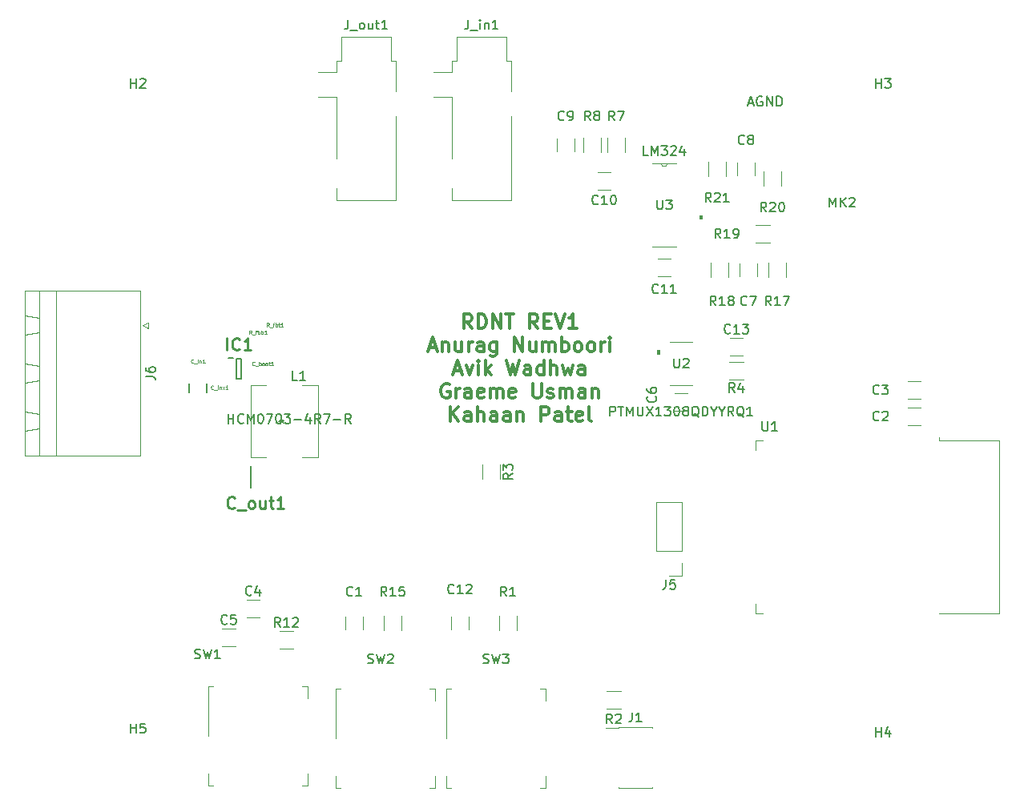
<source format=gbr>
%TF.GenerationSoftware,KiCad,Pcbnew,(6.0.11)*%
%TF.CreationDate,2023-03-14T15:00:17-04:00*%
%TF.ProjectId,RDNT_PCB,52444e54-5f50-4434-922e-6b696361645f,rev?*%
%TF.SameCoordinates,Original*%
%TF.FileFunction,Legend,Top*%
%TF.FilePolarity,Positive*%
%FSLAX46Y46*%
G04 Gerber Fmt 4.6, Leading zero omitted, Abs format (unit mm)*
G04 Created by KiCad (PCBNEW (6.0.11)) date 2023-03-14 15:00:17*
%MOMM*%
%LPD*%
G01*
G04 APERTURE LIST*
%ADD10C,0.177800*%
%ADD11C,0.304800*%
%ADD12C,0.150000*%
%ADD13C,0.254000*%
%ADD14C,0.098425*%
%ADD15C,0.120000*%
%ADD16C,0.200000*%
%ADD17C,0.100000*%
%ADD18C,0.127000*%
G04 APERTURE END LIST*
D10*
X150863904Y-23283333D02*
X151347714Y-23283333D01*
X150767142Y-23573619D02*
X151105809Y-22557619D01*
X151444476Y-23573619D01*
X152315333Y-22606000D02*
X152218571Y-22557619D01*
X152073428Y-22557619D01*
X151928285Y-22606000D01*
X151831523Y-22702761D01*
X151783142Y-22799523D01*
X151734761Y-22993047D01*
X151734761Y-23138190D01*
X151783142Y-23331714D01*
X151831523Y-23428476D01*
X151928285Y-23525238D01*
X152073428Y-23573619D01*
X152170190Y-23573619D01*
X152315333Y-23525238D01*
X152363714Y-23476857D01*
X152363714Y-23138190D01*
X152170190Y-23138190D01*
X152799142Y-23573619D02*
X152799142Y-22557619D01*
X153379714Y-23573619D01*
X153379714Y-22557619D01*
X153863523Y-23573619D02*
X153863523Y-22557619D01*
X154105428Y-22557619D01*
X154250571Y-22606000D01*
X154347333Y-22702761D01*
X154395714Y-22799523D01*
X154444095Y-22993047D01*
X154444095Y-23138190D01*
X154395714Y-23331714D01*
X154347333Y-23428476D01*
X154250571Y-23525238D01*
X154105428Y-23573619D01*
X153863523Y-23573619D01*
D11*
X121666000Y-47090148D02*
X121158000Y-46364434D01*
X120795142Y-47090148D02*
X120795142Y-45566148D01*
X121375714Y-45566148D01*
X121520857Y-45638720D01*
X121593428Y-45711291D01*
X121666000Y-45856434D01*
X121666000Y-46074148D01*
X121593428Y-46219291D01*
X121520857Y-46291862D01*
X121375714Y-46364434D01*
X120795142Y-46364434D01*
X122319142Y-47090148D02*
X122319142Y-45566148D01*
X122682000Y-45566148D01*
X122899714Y-45638720D01*
X123044857Y-45783862D01*
X123117428Y-45929005D01*
X123190000Y-46219291D01*
X123190000Y-46437005D01*
X123117428Y-46727291D01*
X123044857Y-46872434D01*
X122899714Y-47017577D01*
X122682000Y-47090148D01*
X122319142Y-47090148D01*
X123843142Y-47090148D02*
X123843142Y-45566148D01*
X124714000Y-47090148D01*
X124714000Y-45566148D01*
X125222000Y-45566148D02*
X126092857Y-45566148D01*
X125657428Y-47090148D02*
X125657428Y-45566148D01*
X128632857Y-47090148D02*
X128124857Y-46364434D01*
X127762000Y-47090148D02*
X127762000Y-45566148D01*
X128342571Y-45566148D01*
X128487714Y-45638720D01*
X128560285Y-45711291D01*
X128632857Y-45856434D01*
X128632857Y-46074148D01*
X128560285Y-46219291D01*
X128487714Y-46291862D01*
X128342571Y-46364434D01*
X127762000Y-46364434D01*
X129286000Y-46291862D02*
X129794000Y-46291862D01*
X130011714Y-47090148D02*
X129286000Y-47090148D01*
X129286000Y-45566148D01*
X130011714Y-45566148D01*
X130447142Y-45566148D02*
X130955142Y-47090148D01*
X131463142Y-45566148D01*
X132769428Y-47090148D02*
X131898571Y-47090148D01*
X132334000Y-47090148D02*
X132334000Y-45566148D01*
X132188857Y-45783862D01*
X132043714Y-45929005D01*
X131898571Y-46001577D01*
X117166571Y-49108360D02*
X117892285Y-49108360D01*
X117021428Y-49543788D02*
X117529428Y-48019788D01*
X118037428Y-49543788D01*
X118545428Y-48527788D02*
X118545428Y-49543788D01*
X118545428Y-48672931D02*
X118618000Y-48600360D01*
X118763142Y-48527788D01*
X118980857Y-48527788D01*
X119126000Y-48600360D01*
X119198571Y-48745502D01*
X119198571Y-49543788D01*
X120577428Y-48527788D02*
X120577428Y-49543788D01*
X119924285Y-48527788D02*
X119924285Y-49326074D01*
X119996857Y-49471217D01*
X120142000Y-49543788D01*
X120359714Y-49543788D01*
X120504857Y-49471217D01*
X120577428Y-49398645D01*
X121303142Y-49543788D02*
X121303142Y-48527788D01*
X121303142Y-48818074D02*
X121375714Y-48672931D01*
X121448285Y-48600360D01*
X121593428Y-48527788D01*
X121738571Y-48527788D01*
X122899714Y-49543788D02*
X122899714Y-48745502D01*
X122827142Y-48600360D01*
X122682000Y-48527788D01*
X122391714Y-48527788D01*
X122246571Y-48600360D01*
X122899714Y-49471217D02*
X122754571Y-49543788D01*
X122391714Y-49543788D01*
X122246571Y-49471217D01*
X122174000Y-49326074D01*
X122174000Y-49180931D01*
X122246571Y-49035788D01*
X122391714Y-48963217D01*
X122754571Y-48963217D01*
X122899714Y-48890645D01*
X124278571Y-48527788D02*
X124278571Y-49761502D01*
X124206000Y-49906645D01*
X124133428Y-49979217D01*
X123988285Y-50051788D01*
X123770571Y-50051788D01*
X123625428Y-49979217D01*
X124278571Y-49471217D02*
X124133428Y-49543788D01*
X123843142Y-49543788D01*
X123698000Y-49471217D01*
X123625428Y-49398645D01*
X123552857Y-49253502D01*
X123552857Y-48818074D01*
X123625428Y-48672931D01*
X123698000Y-48600360D01*
X123843142Y-48527788D01*
X124133428Y-48527788D01*
X124278571Y-48600360D01*
X126165428Y-49543788D02*
X126165428Y-48019788D01*
X127036285Y-49543788D01*
X127036285Y-48019788D01*
X128415142Y-48527788D02*
X128415142Y-49543788D01*
X127762000Y-48527788D02*
X127762000Y-49326074D01*
X127834571Y-49471217D01*
X127979714Y-49543788D01*
X128197428Y-49543788D01*
X128342571Y-49471217D01*
X128415142Y-49398645D01*
X129140857Y-49543788D02*
X129140857Y-48527788D01*
X129140857Y-48672931D02*
X129213428Y-48600360D01*
X129358571Y-48527788D01*
X129576285Y-48527788D01*
X129721428Y-48600360D01*
X129794000Y-48745502D01*
X129794000Y-49543788D01*
X129794000Y-48745502D02*
X129866571Y-48600360D01*
X130011714Y-48527788D01*
X130229428Y-48527788D01*
X130374571Y-48600360D01*
X130447142Y-48745502D01*
X130447142Y-49543788D01*
X131172857Y-49543788D02*
X131172857Y-48019788D01*
X131172857Y-48600360D02*
X131318000Y-48527788D01*
X131608285Y-48527788D01*
X131753428Y-48600360D01*
X131826000Y-48672931D01*
X131898571Y-48818074D01*
X131898571Y-49253502D01*
X131826000Y-49398645D01*
X131753428Y-49471217D01*
X131608285Y-49543788D01*
X131318000Y-49543788D01*
X131172857Y-49471217D01*
X132769428Y-49543788D02*
X132624285Y-49471217D01*
X132551714Y-49398645D01*
X132479142Y-49253502D01*
X132479142Y-48818074D01*
X132551714Y-48672931D01*
X132624285Y-48600360D01*
X132769428Y-48527788D01*
X132987142Y-48527788D01*
X133132285Y-48600360D01*
X133204857Y-48672931D01*
X133277428Y-48818074D01*
X133277428Y-49253502D01*
X133204857Y-49398645D01*
X133132285Y-49471217D01*
X132987142Y-49543788D01*
X132769428Y-49543788D01*
X134148285Y-49543788D02*
X134003142Y-49471217D01*
X133930571Y-49398645D01*
X133858000Y-49253502D01*
X133858000Y-48818074D01*
X133930571Y-48672931D01*
X134003142Y-48600360D01*
X134148285Y-48527788D01*
X134366000Y-48527788D01*
X134511142Y-48600360D01*
X134583714Y-48672931D01*
X134656285Y-48818074D01*
X134656285Y-49253502D01*
X134583714Y-49398645D01*
X134511142Y-49471217D01*
X134366000Y-49543788D01*
X134148285Y-49543788D01*
X135309428Y-49543788D02*
X135309428Y-48527788D01*
X135309428Y-48818074D02*
X135382000Y-48672931D01*
X135454571Y-48600360D01*
X135599714Y-48527788D01*
X135744857Y-48527788D01*
X136252857Y-49543788D02*
X136252857Y-48527788D01*
X136252857Y-48019788D02*
X136180285Y-48092360D01*
X136252857Y-48164931D01*
X136325428Y-48092360D01*
X136252857Y-48019788D01*
X136252857Y-48164931D01*
X119815428Y-51562000D02*
X120541142Y-51562000D01*
X119670285Y-51997428D02*
X120178285Y-50473428D01*
X120686285Y-51997428D01*
X121049142Y-50981428D02*
X121412000Y-51997428D01*
X121774857Y-50981428D01*
X122355428Y-51997428D02*
X122355428Y-50981428D01*
X122355428Y-50473428D02*
X122282857Y-50546000D01*
X122355428Y-50618571D01*
X122428000Y-50546000D01*
X122355428Y-50473428D01*
X122355428Y-50618571D01*
X123081142Y-51997428D02*
X123081142Y-50473428D01*
X123226285Y-51416857D02*
X123661714Y-51997428D01*
X123661714Y-50981428D02*
X123081142Y-51562000D01*
X125330857Y-50473428D02*
X125693714Y-51997428D01*
X125984000Y-50908857D01*
X126274285Y-51997428D01*
X126637142Y-50473428D01*
X127870857Y-51997428D02*
X127870857Y-51199142D01*
X127798285Y-51054000D01*
X127653142Y-50981428D01*
X127362857Y-50981428D01*
X127217714Y-51054000D01*
X127870857Y-51924857D02*
X127725714Y-51997428D01*
X127362857Y-51997428D01*
X127217714Y-51924857D01*
X127145142Y-51779714D01*
X127145142Y-51634571D01*
X127217714Y-51489428D01*
X127362857Y-51416857D01*
X127725714Y-51416857D01*
X127870857Y-51344285D01*
X129249714Y-51997428D02*
X129249714Y-50473428D01*
X129249714Y-51924857D02*
X129104571Y-51997428D01*
X128814285Y-51997428D01*
X128669142Y-51924857D01*
X128596571Y-51852285D01*
X128524000Y-51707142D01*
X128524000Y-51271714D01*
X128596571Y-51126571D01*
X128669142Y-51054000D01*
X128814285Y-50981428D01*
X129104571Y-50981428D01*
X129249714Y-51054000D01*
X129975428Y-51997428D02*
X129975428Y-50473428D01*
X130628571Y-51997428D02*
X130628571Y-51199142D01*
X130556000Y-51054000D01*
X130410857Y-50981428D01*
X130193142Y-50981428D01*
X130048000Y-51054000D01*
X129975428Y-51126571D01*
X131209142Y-50981428D02*
X131499428Y-51997428D01*
X131789714Y-51271714D01*
X132080000Y-51997428D01*
X132370285Y-50981428D01*
X133604000Y-51997428D02*
X133604000Y-51199142D01*
X133531428Y-51054000D01*
X133386285Y-50981428D01*
X133096000Y-50981428D01*
X132950857Y-51054000D01*
X133604000Y-51924857D02*
X133458857Y-51997428D01*
X133096000Y-51997428D01*
X132950857Y-51924857D01*
X132878285Y-51779714D01*
X132878285Y-51634571D01*
X132950857Y-51489428D01*
X133096000Y-51416857D01*
X133458857Y-51416857D01*
X133604000Y-51344285D01*
X119271142Y-52999640D02*
X119126000Y-52927068D01*
X118908285Y-52927068D01*
X118690571Y-52999640D01*
X118545428Y-53144782D01*
X118472857Y-53289925D01*
X118400285Y-53580211D01*
X118400285Y-53797925D01*
X118472857Y-54088211D01*
X118545428Y-54233354D01*
X118690571Y-54378497D01*
X118908285Y-54451068D01*
X119053428Y-54451068D01*
X119271142Y-54378497D01*
X119343714Y-54305925D01*
X119343714Y-53797925D01*
X119053428Y-53797925D01*
X119996857Y-54451068D02*
X119996857Y-53435068D01*
X119996857Y-53725354D02*
X120069428Y-53580211D01*
X120142000Y-53507640D01*
X120287142Y-53435068D01*
X120432285Y-53435068D01*
X121593428Y-54451068D02*
X121593428Y-53652782D01*
X121520857Y-53507640D01*
X121375714Y-53435068D01*
X121085428Y-53435068D01*
X120940285Y-53507640D01*
X121593428Y-54378497D02*
X121448285Y-54451068D01*
X121085428Y-54451068D01*
X120940285Y-54378497D01*
X120867714Y-54233354D01*
X120867714Y-54088211D01*
X120940285Y-53943068D01*
X121085428Y-53870497D01*
X121448285Y-53870497D01*
X121593428Y-53797925D01*
X122899714Y-54378497D02*
X122754571Y-54451068D01*
X122464285Y-54451068D01*
X122319142Y-54378497D01*
X122246571Y-54233354D01*
X122246571Y-53652782D01*
X122319142Y-53507640D01*
X122464285Y-53435068D01*
X122754571Y-53435068D01*
X122899714Y-53507640D01*
X122972285Y-53652782D01*
X122972285Y-53797925D01*
X122246571Y-53943068D01*
X123625428Y-54451068D02*
X123625428Y-53435068D01*
X123625428Y-53580211D02*
X123698000Y-53507640D01*
X123843142Y-53435068D01*
X124060857Y-53435068D01*
X124206000Y-53507640D01*
X124278571Y-53652782D01*
X124278571Y-54451068D01*
X124278571Y-53652782D02*
X124351142Y-53507640D01*
X124496285Y-53435068D01*
X124714000Y-53435068D01*
X124859142Y-53507640D01*
X124931714Y-53652782D01*
X124931714Y-54451068D01*
X126238000Y-54378497D02*
X126092857Y-54451068D01*
X125802571Y-54451068D01*
X125657428Y-54378497D01*
X125584857Y-54233354D01*
X125584857Y-53652782D01*
X125657428Y-53507640D01*
X125802571Y-53435068D01*
X126092857Y-53435068D01*
X126238000Y-53507640D01*
X126310571Y-53652782D01*
X126310571Y-53797925D01*
X125584857Y-53943068D01*
X128124857Y-52927068D02*
X128124857Y-54160782D01*
X128197428Y-54305925D01*
X128270000Y-54378497D01*
X128415142Y-54451068D01*
X128705428Y-54451068D01*
X128850571Y-54378497D01*
X128923142Y-54305925D01*
X128995714Y-54160782D01*
X128995714Y-52927068D01*
X129648857Y-54378497D02*
X129794000Y-54451068D01*
X130084285Y-54451068D01*
X130229428Y-54378497D01*
X130302000Y-54233354D01*
X130302000Y-54160782D01*
X130229428Y-54015640D01*
X130084285Y-53943068D01*
X129866571Y-53943068D01*
X129721428Y-53870497D01*
X129648857Y-53725354D01*
X129648857Y-53652782D01*
X129721428Y-53507640D01*
X129866571Y-53435068D01*
X130084285Y-53435068D01*
X130229428Y-53507640D01*
X130955142Y-54451068D02*
X130955142Y-53435068D01*
X130955142Y-53580211D02*
X131027714Y-53507640D01*
X131172857Y-53435068D01*
X131390571Y-53435068D01*
X131535714Y-53507640D01*
X131608285Y-53652782D01*
X131608285Y-54451068D01*
X131608285Y-53652782D02*
X131680857Y-53507640D01*
X131826000Y-53435068D01*
X132043714Y-53435068D01*
X132188857Y-53507640D01*
X132261428Y-53652782D01*
X132261428Y-54451068D01*
X133640285Y-54451068D02*
X133640285Y-53652782D01*
X133567714Y-53507640D01*
X133422571Y-53435068D01*
X133132285Y-53435068D01*
X132987142Y-53507640D01*
X133640285Y-54378497D02*
X133495142Y-54451068D01*
X133132285Y-54451068D01*
X132987142Y-54378497D01*
X132914571Y-54233354D01*
X132914571Y-54088211D01*
X132987142Y-53943068D01*
X133132285Y-53870497D01*
X133495142Y-53870497D01*
X133640285Y-53797925D01*
X134366000Y-53435068D02*
X134366000Y-54451068D01*
X134366000Y-53580211D02*
X134438571Y-53507640D01*
X134583714Y-53435068D01*
X134801428Y-53435068D01*
X134946571Y-53507640D01*
X135019142Y-53652782D01*
X135019142Y-54451068D01*
X119380000Y-56904708D02*
X119380000Y-55380708D01*
X120250857Y-56904708D02*
X119597714Y-56033851D01*
X120250857Y-55380708D02*
X119380000Y-56251565D01*
X121557142Y-56904708D02*
X121557142Y-56106422D01*
X121484571Y-55961280D01*
X121339428Y-55888708D01*
X121049142Y-55888708D01*
X120904000Y-55961280D01*
X121557142Y-56832137D02*
X121412000Y-56904708D01*
X121049142Y-56904708D01*
X120904000Y-56832137D01*
X120831428Y-56686994D01*
X120831428Y-56541851D01*
X120904000Y-56396708D01*
X121049142Y-56324137D01*
X121412000Y-56324137D01*
X121557142Y-56251565D01*
X122282857Y-56904708D02*
X122282857Y-55380708D01*
X122936000Y-56904708D02*
X122936000Y-56106422D01*
X122863428Y-55961280D01*
X122718285Y-55888708D01*
X122500571Y-55888708D01*
X122355428Y-55961280D01*
X122282857Y-56033851D01*
X124314857Y-56904708D02*
X124314857Y-56106422D01*
X124242285Y-55961280D01*
X124097142Y-55888708D01*
X123806857Y-55888708D01*
X123661714Y-55961280D01*
X124314857Y-56832137D02*
X124169714Y-56904708D01*
X123806857Y-56904708D01*
X123661714Y-56832137D01*
X123589142Y-56686994D01*
X123589142Y-56541851D01*
X123661714Y-56396708D01*
X123806857Y-56324137D01*
X124169714Y-56324137D01*
X124314857Y-56251565D01*
X125693714Y-56904708D02*
X125693714Y-56106422D01*
X125621142Y-55961280D01*
X125476000Y-55888708D01*
X125185714Y-55888708D01*
X125040571Y-55961280D01*
X125693714Y-56832137D02*
X125548571Y-56904708D01*
X125185714Y-56904708D01*
X125040571Y-56832137D01*
X124968000Y-56686994D01*
X124968000Y-56541851D01*
X125040571Y-56396708D01*
X125185714Y-56324137D01*
X125548571Y-56324137D01*
X125693714Y-56251565D01*
X126419428Y-55888708D02*
X126419428Y-56904708D01*
X126419428Y-56033851D02*
X126492000Y-55961280D01*
X126637142Y-55888708D01*
X126854857Y-55888708D01*
X127000000Y-55961280D01*
X127072571Y-56106422D01*
X127072571Y-56904708D01*
X128959428Y-56904708D02*
X128959428Y-55380708D01*
X129539999Y-55380708D01*
X129685142Y-55453280D01*
X129757714Y-55525851D01*
X129830285Y-55670994D01*
X129830285Y-55888708D01*
X129757714Y-56033851D01*
X129685142Y-56106422D01*
X129539999Y-56178994D01*
X128959428Y-56178994D01*
X131136571Y-56904708D02*
X131136571Y-56106422D01*
X131063999Y-55961280D01*
X130918857Y-55888708D01*
X130628571Y-55888708D01*
X130483428Y-55961280D01*
X131136571Y-56832137D02*
X130991428Y-56904708D01*
X130628571Y-56904708D01*
X130483428Y-56832137D01*
X130410857Y-56686994D01*
X130410857Y-56541851D01*
X130483428Y-56396708D01*
X130628571Y-56324137D01*
X130991428Y-56324137D01*
X131136571Y-56251565D01*
X131644571Y-55888708D02*
X132225142Y-55888708D01*
X131862285Y-55380708D02*
X131862285Y-56686994D01*
X131934857Y-56832137D01*
X132080000Y-56904708D01*
X132225142Y-56904708D01*
X133313714Y-56832137D02*
X133168571Y-56904708D01*
X132878285Y-56904708D01*
X132733142Y-56832137D01*
X132660571Y-56686994D01*
X132660571Y-56106422D01*
X132733142Y-55961280D01*
X132878285Y-55888708D01*
X133168571Y-55888708D01*
X133313714Y-55961280D01*
X133386285Y-56106422D01*
X133386285Y-56251565D01*
X132660571Y-56396708D01*
X134257142Y-56904708D02*
X134112000Y-56832137D01*
X134039428Y-56686994D01*
X134039428Y-55380708D01*
D12*
%TO.C,R4*%
X149439333Y-53834380D02*
X149106000Y-53358190D01*
X148867904Y-53834380D02*
X148867904Y-52834380D01*
X149248857Y-52834380D01*
X149344095Y-52882000D01*
X149391714Y-52929619D01*
X149439333Y-53024857D01*
X149439333Y-53167714D01*
X149391714Y-53262952D01*
X149344095Y-53310571D01*
X149248857Y-53358190D01*
X148867904Y-53358190D01*
X150296476Y-53167714D02*
X150296476Y-53834380D01*
X150058380Y-52786761D02*
X149820285Y-53501047D01*
X150439333Y-53501047D01*
%TO.C,C13*%
X148963142Y-47529142D02*
X148915523Y-47576761D01*
X148772666Y-47624380D01*
X148677428Y-47624380D01*
X148534571Y-47576761D01*
X148439333Y-47481523D01*
X148391714Y-47386285D01*
X148344095Y-47195809D01*
X148344095Y-47052952D01*
X148391714Y-46862476D01*
X148439333Y-46767238D01*
X148534571Y-46672000D01*
X148677428Y-46624380D01*
X148772666Y-46624380D01*
X148915523Y-46672000D01*
X148963142Y-46719619D01*
X149915523Y-47624380D02*
X149344095Y-47624380D01*
X149629809Y-47624380D02*
X149629809Y-46624380D01*
X149534571Y-46767238D01*
X149439333Y-46862476D01*
X149344095Y-46910095D01*
X150248857Y-46624380D02*
X150867904Y-46624380D01*
X150534571Y-47005333D01*
X150677428Y-47005333D01*
X150772666Y-47052952D01*
X150820285Y-47100571D01*
X150867904Y-47195809D01*
X150867904Y-47433904D01*
X150820285Y-47529142D01*
X150772666Y-47576761D01*
X150677428Y-47624380D01*
X150391714Y-47624380D01*
X150296476Y-47576761D01*
X150248857Y-47529142D01*
%TO.C,J6*%
X87201880Y-52149333D02*
X87916166Y-52149333D01*
X88059023Y-52196952D01*
X88154261Y-52292190D01*
X88201880Y-52435047D01*
X88201880Y-52530285D01*
X87201880Y-51244571D02*
X87201880Y-51435047D01*
X87249500Y-51530285D01*
X87297119Y-51577904D01*
X87439976Y-51673142D01*
X87630452Y-51720761D01*
X88011404Y-51720761D01*
X88106642Y-51673142D01*
X88154261Y-51625523D01*
X88201880Y-51530285D01*
X88201880Y-51339809D01*
X88154261Y-51244571D01*
X88106642Y-51196952D01*
X88011404Y-51149333D01*
X87773309Y-51149333D01*
X87678071Y-51196952D01*
X87630452Y-51244571D01*
X87582833Y-51339809D01*
X87582833Y-51530285D01*
X87630452Y-51625523D01*
X87678071Y-51673142D01*
X87773309Y-51720761D01*
%TO.C,U1*%
X152352095Y-56914380D02*
X152352095Y-57723904D01*
X152399714Y-57819142D01*
X152447333Y-57866761D01*
X152542571Y-57914380D01*
X152733047Y-57914380D01*
X152828285Y-57866761D01*
X152875904Y-57819142D01*
X152923523Y-57723904D01*
X152923523Y-56914380D01*
X153923523Y-57914380D02*
X153352095Y-57914380D01*
X153637809Y-57914380D02*
X153637809Y-56914380D01*
X153542571Y-57057238D01*
X153447333Y-57152476D01*
X153352095Y-57200095D01*
%TO.C,R7*%
X136739333Y-25090380D02*
X136406000Y-24614190D01*
X136167904Y-25090380D02*
X136167904Y-24090380D01*
X136548857Y-24090380D01*
X136644095Y-24138000D01*
X136691714Y-24185619D01*
X136739333Y-24280857D01*
X136739333Y-24423714D01*
X136691714Y-24518952D01*
X136644095Y-24566571D01*
X136548857Y-24614190D01*
X136167904Y-24614190D01*
X137072666Y-24090380D02*
X137739333Y-24090380D01*
X137310761Y-25090380D01*
%TO.C,J_out1*%
X108585238Y-14444380D02*
X108585238Y-15158666D01*
X108537619Y-15301523D01*
X108442380Y-15396761D01*
X108299523Y-15444380D01*
X108204285Y-15444380D01*
X108823333Y-15539619D02*
X109585238Y-15539619D01*
X109966190Y-15444380D02*
X109870952Y-15396761D01*
X109823333Y-15349142D01*
X109775714Y-15253904D01*
X109775714Y-14968190D01*
X109823333Y-14872952D01*
X109870952Y-14825333D01*
X109966190Y-14777714D01*
X110109047Y-14777714D01*
X110204285Y-14825333D01*
X110251904Y-14872952D01*
X110299523Y-14968190D01*
X110299523Y-15253904D01*
X110251904Y-15349142D01*
X110204285Y-15396761D01*
X110109047Y-15444380D01*
X109966190Y-15444380D01*
X111156666Y-14777714D02*
X111156666Y-15444380D01*
X110728095Y-14777714D02*
X110728095Y-15301523D01*
X110775714Y-15396761D01*
X110870952Y-15444380D01*
X111013809Y-15444380D01*
X111109047Y-15396761D01*
X111156666Y-15349142D01*
X111490000Y-14777714D02*
X111870952Y-14777714D01*
X111632857Y-14444380D02*
X111632857Y-15301523D01*
X111680476Y-15396761D01*
X111775714Y-15444380D01*
X111870952Y-15444380D01*
X112728095Y-15444380D02*
X112156666Y-15444380D01*
X112442380Y-15444380D02*
X112442380Y-14444380D01*
X112347142Y-14587238D01*
X112251904Y-14682476D01*
X112156666Y-14730095D01*
D13*
%TO.C,C_out1*%
X96598619Y-66010971D02*
X96538142Y-66071447D01*
X96356714Y-66131923D01*
X96235761Y-66131923D01*
X96054333Y-66071447D01*
X95933380Y-65950495D01*
X95872904Y-65829542D01*
X95812428Y-65587638D01*
X95812428Y-65406209D01*
X95872904Y-65164304D01*
X95933380Y-65043352D01*
X96054333Y-64922400D01*
X96235761Y-64861923D01*
X96356714Y-64861923D01*
X96538142Y-64922400D01*
X96598619Y-64982876D01*
X96840523Y-66252876D02*
X97808142Y-66252876D01*
X98291952Y-66131923D02*
X98171000Y-66071447D01*
X98110523Y-66010971D01*
X98050047Y-65890019D01*
X98050047Y-65527161D01*
X98110523Y-65406209D01*
X98171000Y-65345733D01*
X98291952Y-65285257D01*
X98473380Y-65285257D01*
X98594333Y-65345733D01*
X98654809Y-65406209D01*
X98715285Y-65527161D01*
X98715285Y-65890019D01*
X98654809Y-66010971D01*
X98594333Y-66071447D01*
X98473380Y-66131923D01*
X98291952Y-66131923D01*
X99803857Y-65285257D02*
X99803857Y-66131923D01*
X99259571Y-65285257D02*
X99259571Y-65950495D01*
X99320047Y-66071447D01*
X99441000Y-66131923D01*
X99622428Y-66131923D01*
X99743380Y-66071447D01*
X99803857Y-66010971D01*
X100227190Y-65285257D02*
X100711000Y-65285257D01*
X100408619Y-64861923D02*
X100408619Y-65950495D01*
X100469095Y-66071447D01*
X100590047Y-66131923D01*
X100711000Y-66131923D01*
X101799571Y-66131923D02*
X101073857Y-66131923D01*
X101436714Y-66131923D02*
X101436714Y-64861923D01*
X101315761Y-65043352D01*
X101194809Y-65164304D01*
X101073857Y-65224780D01*
D14*
%TO.C,R_fbt1*%
X100219327Y-46914102D02*
X100088093Y-46726626D01*
X99994355Y-46914102D02*
X99994355Y-46520401D01*
X100144336Y-46520401D01*
X100181831Y-46539149D01*
X100200579Y-46557897D01*
X100219327Y-46595392D01*
X100219327Y-46651635D01*
X100200579Y-46689130D01*
X100181831Y-46707878D01*
X100144336Y-46726626D01*
X99994355Y-46726626D01*
X100294317Y-46951598D02*
X100594280Y-46951598D01*
X100631775Y-46651635D02*
X100781757Y-46651635D01*
X100688018Y-46914102D02*
X100688018Y-46576644D01*
X100706766Y-46539149D01*
X100744261Y-46520401D01*
X100781757Y-46520401D01*
X100912990Y-46914102D02*
X100912990Y-46520401D01*
X100912990Y-46670383D02*
X100950486Y-46651635D01*
X101025476Y-46651635D01*
X101062972Y-46670383D01*
X101081719Y-46689130D01*
X101100467Y-46726626D01*
X101100467Y-46839112D01*
X101081719Y-46876607D01*
X101062972Y-46895355D01*
X101025476Y-46914102D01*
X100950486Y-46914102D01*
X100912990Y-46895355D01*
X101212953Y-46651635D02*
X101362934Y-46651635D01*
X101269196Y-46520401D02*
X101269196Y-46857859D01*
X101287944Y-46895355D01*
X101325439Y-46914102D01*
X101362934Y-46914102D01*
X101700392Y-46914102D02*
X101475420Y-46914102D01*
X101587906Y-46914102D02*
X101587906Y-46520401D01*
X101550411Y-46576644D01*
X101512916Y-46614140D01*
X101475420Y-46632887D01*
D13*
%TO.C,IC1*%
X95788238Y-49367923D02*
X95788238Y-48097923D01*
X97118714Y-49246971D02*
X97058238Y-49307447D01*
X96876809Y-49367923D01*
X96755857Y-49367923D01*
X96574428Y-49307447D01*
X96453476Y-49186495D01*
X96393000Y-49065542D01*
X96332523Y-48823638D01*
X96332523Y-48642209D01*
X96393000Y-48400304D01*
X96453476Y-48279352D01*
X96574428Y-48158400D01*
X96755857Y-48097923D01*
X96876809Y-48097923D01*
X97058238Y-48158400D01*
X97118714Y-48218876D01*
X98328238Y-49367923D02*
X97602523Y-49367923D01*
X97965380Y-49367923D02*
X97965380Y-48097923D01*
X97844428Y-48279352D01*
X97723476Y-48400304D01*
X97602523Y-48460780D01*
D12*
%TO.C,R17*%
X153281142Y-44648380D02*
X152947809Y-44172190D01*
X152709714Y-44648380D02*
X152709714Y-43648380D01*
X153090666Y-43648380D01*
X153185904Y-43696000D01*
X153233523Y-43743619D01*
X153281142Y-43838857D01*
X153281142Y-43981714D01*
X153233523Y-44076952D01*
X153185904Y-44124571D01*
X153090666Y-44172190D01*
X152709714Y-44172190D01*
X154233523Y-44648380D02*
X153662095Y-44648380D01*
X153947809Y-44648380D02*
X153947809Y-43648380D01*
X153852571Y-43791238D01*
X153757333Y-43886476D01*
X153662095Y-43934095D01*
X154566857Y-43648380D02*
X155233523Y-43648380D01*
X154804952Y-44648380D01*
%TO.C,R20*%
X152773142Y-34742380D02*
X152439809Y-34266190D01*
X152201714Y-34742380D02*
X152201714Y-33742380D01*
X152582666Y-33742380D01*
X152677904Y-33790000D01*
X152725523Y-33837619D01*
X152773142Y-33932857D01*
X152773142Y-34075714D01*
X152725523Y-34170952D01*
X152677904Y-34218571D01*
X152582666Y-34266190D01*
X152201714Y-34266190D01*
X153154095Y-33837619D02*
X153201714Y-33790000D01*
X153296952Y-33742380D01*
X153535047Y-33742380D01*
X153630285Y-33790000D01*
X153677904Y-33837619D01*
X153725523Y-33932857D01*
X153725523Y-34028095D01*
X153677904Y-34170952D01*
X153106476Y-34742380D01*
X153725523Y-34742380D01*
X154344571Y-33742380D02*
X154439809Y-33742380D01*
X154535047Y-33790000D01*
X154582666Y-33837619D01*
X154630285Y-33932857D01*
X154677904Y-34123333D01*
X154677904Y-34361428D01*
X154630285Y-34551904D01*
X154582666Y-34647142D01*
X154535047Y-34694761D01*
X154439809Y-34742380D01*
X154344571Y-34742380D01*
X154249333Y-34694761D01*
X154201714Y-34647142D01*
X154154095Y-34551904D01*
X154106476Y-34361428D01*
X154106476Y-34123333D01*
X154154095Y-33932857D01*
X154201714Y-33837619D01*
X154249333Y-33790000D01*
X154344571Y-33742380D01*
%TO.C,R19*%
X147947142Y-37536380D02*
X147613809Y-37060190D01*
X147375714Y-37536380D02*
X147375714Y-36536380D01*
X147756666Y-36536380D01*
X147851904Y-36584000D01*
X147899523Y-36631619D01*
X147947142Y-36726857D01*
X147947142Y-36869714D01*
X147899523Y-36964952D01*
X147851904Y-37012571D01*
X147756666Y-37060190D01*
X147375714Y-37060190D01*
X148899523Y-37536380D02*
X148328095Y-37536380D01*
X148613809Y-37536380D02*
X148613809Y-36536380D01*
X148518571Y-36679238D01*
X148423333Y-36774476D01*
X148328095Y-36822095D01*
X149375714Y-37536380D02*
X149566190Y-37536380D01*
X149661428Y-37488761D01*
X149709047Y-37441142D01*
X149804285Y-37298285D01*
X149851904Y-37107809D01*
X149851904Y-36726857D01*
X149804285Y-36631619D01*
X149756666Y-36584000D01*
X149661428Y-36536380D01*
X149470952Y-36536380D01*
X149375714Y-36584000D01*
X149328095Y-36631619D01*
X149280476Y-36726857D01*
X149280476Y-36964952D01*
X149328095Y-37060190D01*
X149375714Y-37107809D01*
X149470952Y-37155428D01*
X149661428Y-37155428D01*
X149756666Y-37107809D01*
X149804285Y-37060190D01*
X149851904Y-36964952D01*
%TO.C,R2*%
X136485333Y-88844380D02*
X136152000Y-88368190D01*
X135913904Y-88844380D02*
X135913904Y-87844380D01*
X136294857Y-87844380D01*
X136390095Y-87892000D01*
X136437714Y-87939619D01*
X136485333Y-88034857D01*
X136485333Y-88177714D01*
X136437714Y-88272952D01*
X136390095Y-88320571D01*
X136294857Y-88368190D01*
X135913904Y-88368190D01*
X136866285Y-87939619D02*
X136913904Y-87892000D01*
X137009142Y-87844380D01*
X137247238Y-87844380D01*
X137342476Y-87892000D01*
X137390095Y-87939619D01*
X137437714Y-88034857D01*
X137437714Y-88130095D01*
X137390095Y-88272952D01*
X136818666Y-88844380D01*
X137437714Y-88844380D01*
D14*
%TO.C,R_fbb1*%
X98375710Y-47701502D02*
X98244476Y-47514026D01*
X98150738Y-47701502D02*
X98150738Y-47307801D01*
X98300719Y-47307801D01*
X98338214Y-47326549D01*
X98356962Y-47345297D01*
X98375710Y-47382792D01*
X98375710Y-47439035D01*
X98356962Y-47476530D01*
X98338214Y-47495278D01*
X98300719Y-47514026D01*
X98150738Y-47514026D01*
X98450700Y-47738998D02*
X98750663Y-47738998D01*
X98788158Y-47439035D02*
X98938140Y-47439035D01*
X98844401Y-47701502D02*
X98844401Y-47364044D01*
X98863149Y-47326549D01*
X98900644Y-47307801D01*
X98938140Y-47307801D01*
X99069373Y-47701502D02*
X99069373Y-47307801D01*
X99069373Y-47457783D02*
X99106869Y-47439035D01*
X99181859Y-47439035D01*
X99219355Y-47457783D01*
X99238102Y-47476530D01*
X99256850Y-47514026D01*
X99256850Y-47626512D01*
X99238102Y-47664007D01*
X99219355Y-47682755D01*
X99181859Y-47701502D01*
X99106869Y-47701502D01*
X99069373Y-47682755D01*
X99425579Y-47701502D02*
X99425579Y-47307801D01*
X99425579Y-47457783D02*
X99463074Y-47439035D01*
X99538065Y-47439035D01*
X99575560Y-47457783D01*
X99594308Y-47476530D01*
X99613056Y-47514026D01*
X99613056Y-47626512D01*
X99594308Y-47664007D01*
X99575560Y-47682755D01*
X99538065Y-47701502D01*
X99463074Y-47701502D01*
X99425579Y-47682755D01*
X99988009Y-47701502D02*
X99763037Y-47701502D01*
X99875523Y-47701502D02*
X99875523Y-47307801D01*
X99838028Y-47364044D01*
X99800532Y-47401540D01*
X99763037Y-47420287D01*
D12*
%TO.C,R15*%
X112641142Y-75382380D02*
X112307809Y-74906190D01*
X112069714Y-75382380D02*
X112069714Y-74382380D01*
X112450666Y-74382380D01*
X112545904Y-74430000D01*
X112593523Y-74477619D01*
X112641142Y-74572857D01*
X112641142Y-74715714D01*
X112593523Y-74810952D01*
X112545904Y-74858571D01*
X112450666Y-74906190D01*
X112069714Y-74906190D01*
X113593523Y-75382380D02*
X113022095Y-75382380D01*
X113307809Y-75382380D02*
X113307809Y-74382380D01*
X113212571Y-74525238D01*
X113117333Y-74620476D01*
X113022095Y-74668095D01*
X114498285Y-74382380D02*
X114022095Y-74382380D01*
X113974476Y-74858571D01*
X114022095Y-74810952D01*
X114117333Y-74763333D01*
X114355428Y-74763333D01*
X114450666Y-74810952D01*
X114498285Y-74858571D01*
X114545904Y-74953809D01*
X114545904Y-75191904D01*
X114498285Y-75287142D01*
X114450666Y-75334761D01*
X114355428Y-75382380D01*
X114117333Y-75382380D01*
X114022095Y-75334761D01*
X113974476Y-75287142D01*
%TO.C,C5*%
X95796333Y-78263142D02*
X95748714Y-78310761D01*
X95605857Y-78358380D01*
X95510619Y-78358380D01*
X95367761Y-78310761D01*
X95272523Y-78215523D01*
X95224904Y-78120285D01*
X95177285Y-77929809D01*
X95177285Y-77786952D01*
X95224904Y-77596476D01*
X95272523Y-77501238D01*
X95367761Y-77406000D01*
X95510619Y-77358380D01*
X95605857Y-77358380D01*
X95748714Y-77406000D01*
X95796333Y-77453619D01*
X96701095Y-77358380D02*
X96224904Y-77358380D01*
X96177285Y-77834571D01*
X96224904Y-77786952D01*
X96320142Y-77739333D01*
X96558238Y-77739333D01*
X96653476Y-77786952D01*
X96701095Y-77834571D01*
X96748714Y-77929809D01*
X96748714Y-78167904D01*
X96701095Y-78263142D01*
X96653476Y-78310761D01*
X96558238Y-78358380D01*
X96320142Y-78358380D01*
X96224904Y-78310761D01*
X96177285Y-78263142D01*
%TO.C,C8*%
X150455333Y-27535142D02*
X150407714Y-27582761D01*
X150264857Y-27630380D01*
X150169619Y-27630380D01*
X150026761Y-27582761D01*
X149931523Y-27487523D01*
X149883904Y-27392285D01*
X149836285Y-27201809D01*
X149836285Y-27058952D01*
X149883904Y-26868476D01*
X149931523Y-26773238D01*
X150026761Y-26678000D01*
X150169619Y-26630380D01*
X150264857Y-26630380D01*
X150407714Y-26678000D01*
X150455333Y-26725619D01*
X151026761Y-27058952D02*
X150931523Y-27011333D01*
X150883904Y-26963714D01*
X150836285Y-26868476D01*
X150836285Y-26820857D01*
X150883904Y-26725619D01*
X150931523Y-26678000D01*
X151026761Y-26630380D01*
X151217238Y-26630380D01*
X151312476Y-26678000D01*
X151360095Y-26725619D01*
X151407714Y-26820857D01*
X151407714Y-26868476D01*
X151360095Y-26963714D01*
X151312476Y-27011333D01*
X151217238Y-27058952D01*
X151026761Y-27058952D01*
X150931523Y-27106571D01*
X150883904Y-27154190D01*
X150836285Y-27249428D01*
X150836285Y-27439904D01*
X150883904Y-27535142D01*
X150931523Y-27582761D01*
X151026761Y-27630380D01*
X151217238Y-27630380D01*
X151312476Y-27582761D01*
X151360095Y-27535142D01*
X151407714Y-27439904D01*
X151407714Y-27249428D01*
X151360095Y-27154190D01*
X151312476Y-27106571D01*
X151217238Y-27058952D01*
%TO.C,L1*%
X103211333Y-52547780D02*
X102735142Y-52547780D01*
X102735142Y-51547780D01*
X104068476Y-52547780D02*
X103497047Y-52547780D01*
X103782761Y-52547780D02*
X103782761Y-51547780D01*
X103687523Y-51690638D01*
X103592285Y-51785876D01*
X103497047Y-51833495D01*
X95909619Y-57119780D02*
X95909619Y-56119780D01*
X95909619Y-56595971D02*
X96481047Y-56595971D01*
X96481047Y-57119780D02*
X96481047Y-56119780D01*
X97528666Y-57024542D02*
X97481047Y-57072161D01*
X97338190Y-57119780D01*
X97242952Y-57119780D01*
X97100095Y-57072161D01*
X97004857Y-56976923D01*
X96957238Y-56881685D01*
X96909619Y-56691209D01*
X96909619Y-56548352D01*
X96957238Y-56357876D01*
X97004857Y-56262638D01*
X97100095Y-56167400D01*
X97242952Y-56119780D01*
X97338190Y-56119780D01*
X97481047Y-56167400D01*
X97528666Y-56215019D01*
X97957238Y-57119780D02*
X97957238Y-56119780D01*
X98290571Y-56834066D01*
X98623904Y-56119780D01*
X98623904Y-57119780D01*
X99290571Y-56119780D02*
X99385809Y-56119780D01*
X99481047Y-56167400D01*
X99528666Y-56215019D01*
X99576285Y-56310257D01*
X99623904Y-56500733D01*
X99623904Y-56738828D01*
X99576285Y-56929304D01*
X99528666Y-57024542D01*
X99481047Y-57072161D01*
X99385809Y-57119780D01*
X99290571Y-57119780D01*
X99195333Y-57072161D01*
X99147714Y-57024542D01*
X99100095Y-56929304D01*
X99052476Y-56738828D01*
X99052476Y-56500733D01*
X99100095Y-56310257D01*
X99147714Y-56215019D01*
X99195333Y-56167400D01*
X99290571Y-56119780D01*
X99957238Y-56119780D02*
X100623904Y-56119780D01*
X100195333Y-57119780D01*
X101195333Y-56119780D02*
X101290571Y-56119780D01*
X101385809Y-56167400D01*
X101433428Y-56215019D01*
X101481047Y-56310257D01*
X101528666Y-56500733D01*
X101528666Y-56738828D01*
X101481047Y-56929304D01*
X101433428Y-57024542D01*
X101385809Y-57072161D01*
X101290571Y-57119780D01*
X101195333Y-57119780D01*
X101100095Y-57072161D01*
X101052476Y-57024542D01*
X101004857Y-56929304D01*
X100957238Y-56738828D01*
X100957238Y-56500733D01*
X101004857Y-56310257D01*
X101052476Y-56215019D01*
X101100095Y-56167400D01*
X101195333Y-56119780D01*
X101862000Y-56119780D02*
X102481047Y-56119780D01*
X102147714Y-56500733D01*
X102290571Y-56500733D01*
X102385809Y-56548352D01*
X102433428Y-56595971D01*
X102481047Y-56691209D01*
X102481047Y-56929304D01*
X102433428Y-57024542D01*
X102385809Y-57072161D01*
X102290571Y-57119780D01*
X102004857Y-57119780D01*
X101909619Y-57072161D01*
X101862000Y-57024542D01*
X102909619Y-56738828D02*
X103671523Y-56738828D01*
X104576285Y-56453114D02*
X104576285Y-57119780D01*
X104338190Y-56072161D02*
X104100095Y-56786447D01*
X104719142Y-56786447D01*
X105671523Y-57119780D02*
X105338190Y-56643590D01*
X105100095Y-57119780D02*
X105100095Y-56119780D01*
X105481047Y-56119780D01*
X105576285Y-56167400D01*
X105623904Y-56215019D01*
X105671523Y-56310257D01*
X105671523Y-56453114D01*
X105623904Y-56548352D01*
X105576285Y-56595971D01*
X105481047Y-56643590D01*
X105100095Y-56643590D01*
X106004857Y-56119780D02*
X106671523Y-56119780D01*
X106242952Y-57119780D01*
X107052476Y-56738828D02*
X107814380Y-56738828D01*
X108862000Y-57119780D02*
X108528666Y-56643590D01*
X108290571Y-57119780D02*
X108290571Y-56119780D01*
X108671523Y-56119780D01*
X108766761Y-56167400D01*
X108814380Y-56215019D01*
X108862000Y-56310257D01*
X108862000Y-56453114D01*
X108814380Y-56548352D01*
X108766761Y-56595971D01*
X108671523Y-56643590D01*
X108290571Y-56643590D01*
X101306380Y-56921400D02*
X101544476Y-56921400D01*
X101449238Y-57159495D02*
X101544476Y-56921400D01*
X101449238Y-56683304D01*
X101734952Y-57064257D02*
X101544476Y-56921400D01*
X101734952Y-56778542D01*
%TO.C,H5*%
X85598095Y-89860380D02*
X85598095Y-88860380D01*
X85598095Y-89336571D02*
X86169523Y-89336571D01*
X86169523Y-89860380D02*
X86169523Y-88860380D01*
X87121904Y-88860380D02*
X86645714Y-88860380D01*
X86598095Y-89336571D01*
X86645714Y-89288952D01*
X86740952Y-89241333D01*
X86979047Y-89241333D01*
X87074285Y-89288952D01*
X87121904Y-89336571D01*
X87169523Y-89431809D01*
X87169523Y-89669904D01*
X87121904Y-89765142D01*
X87074285Y-89812761D01*
X86979047Y-89860380D01*
X86740952Y-89860380D01*
X86645714Y-89812761D01*
X86598095Y-89765142D01*
%TO.C,J1*%
X138604666Y-87673380D02*
X138604666Y-88387666D01*
X138557047Y-88530523D01*
X138461809Y-88625761D01*
X138318952Y-88673380D01*
X138223714Y-88673380D01*
X139604666Y-88673380D02*
X139033238Y-88673380D01*
X139318952Y-88673380D02*
X139318952Y-87673380D01*
X139223714Y-87816238D01*
X139128476Y-87911476D01*
X139033238Y-87959095D01*
%TO.C,SW1*%
X92392666Y-81938761D02*
X92535523Y-81986380D01*
X92773619Y-81986380D01*
X92868857Y-81938761D01*
X92916476Y-81891142D01*
X92964095Y-81795904D01*
X92964095Y-81700666D01*
X92916476Y-81605428D01*
X92868857Y-81557809D01*
X92773619Y-81510190D01*
X92583142Y-81462571D01*
X92487904Y-81414952D01*
X92440285Y-81367333D01*
X92392666Y-81272095D01*
X92392666Y-81176857D01*
X92440285Y-81081619D01*
X92487904Y-81034000D01*
X92583142Y-80986380D01*
X92821238Y-80986380D01*
X92964095Y-81034000D01*
X93297428Y-80986380D02*
X93535523Y-81986380D01*
X93726000Y-81272095D01*
X93916476Y-81986380D01*
X94154571Y-80986380D01*
X95059333Y-81986380D02*
X94487904Y-81986380D01*
X94773619Y-81986380D02*
X94773619Y-80986380D01*
X94678380Y-81129238D01*
X94583142Y-81224476D01*
X94487904Y-81272095D01*
%TO.C,R3*%
X125970380Y-62396666D02*
X125494190Y-62730000D01*
X125970380Y-62968095D02*
X124970380Y-62968095D01*
X124970380Y-62587142D01*
X125018000Y-62491904D01*
X125065619Y-62444285D01*
X125160857Y-62396666D01*
X125303714Y-62396666D01*
X125398952Y-62444285D01*
X125446571Y-62491904D01*
X125494190Y-62587142D01*
X125494190Y-62968095D01*
X124970380Y-62063333D02*
X124970380Y-61444285D01*
X125351333Y-61777619D01*
X125351333Y-61634761D01*
X125398952Y-61539523D01*
X125446571Y-61491904D01*
X125541809Y-61444285D01*
X125779904Y-61444285D01*
X125875142Y-61491904D01*
X125922761Y-61539523D01*
X125970380Y-61634761D01*
X125970380Y-61920476D01*
X125922761Y-62015714D01*
X125875142Y-62063333D01*
%TO.C,U3*%
X141224095Y-33488380D02*
X141224095Y-34297904D01*
X141271714Y-34393142D01*
X141319333Y-34440761D01*
X141414571Y-34488380D01*
X141605047Y-34488380D01*
X141700285Y-34440761D01*
X141747904Y-34393142D01*
X141795523Y-34297904D01*
X141795523Y-33488380D01*
X142176476Y-33488380D02*
X142795523Y-33488380D01*
X142462190Y-33869333D01*
X142605047Y-33869333D01*
X142700285Y-33916952D01*
X142747904Y-33964571D01*
X142795523Y-34059809D01*
X142795523Y-34297904D01*
X142747904Y-34393142D01*
X142700285Y-34440761D01*
X142605047Y-34488380D01*
X142319333Y-34488380D01*
X142224095Y-34440761D01*
X142176476Y-34393142D01*
X140295523Y-28773380D02*
X139819333Y-28773380D01*
X139819333Y-27773380D01*
X140628857Y-28773380D02*
X140628857Y-27773380D01*
X140962190Y-28487666D01*
X141295523Y-27773380D01*
X141295523Y-28773380D01*
X141676476Y-27773380D02*
X142295523Y-27773380D01*
X141962190Y-28154333D01*
X142105047Y-28154333D01*
X142200285Y-28201952D01*
X142247904Y-28249571D01*
X142295523Y-28344809D01*
X142295523Y-28582904D01*
X142247904Y-28678142D01*
X142200285Y-28725761D01*
X142105047Y-28773380D01*
X141819333Y-28773380D01*
X141724095Y-28725761D01*
X141676476Y-28678142D01*
X142676476Y-27868619D02*
X142724095Y-27821000D01*
X142819333Y-27773380D01*
X143057428Y-27773380D01*
X143152666Y-27821000D01*
X143200285Y-27868619D01*
X143247904Y-27963857D01*
X143247904Y-28059095D01*
X143200285Y-28201952D01*
X142628857Y-28773380D01*
X143247904Y-28773380D01*
X144105047Y-28106714D02*
X144105047Y-28773380D01*
X143866952Y-27725761D02*
X143628857Y-28440047D01*
X144247904Y-28440047D01*
%TO.C,R18*%
X147439142Y-44648380D02*
X147105809Y-44172190D01*
X146867714Y-44648380D02*
X146867714Y-43648380D01*
X147248666Y-43648380D01*
X147343904Y-43696000D01*
X147391523Y-43743619D01*
X147439142Y-43838857D01*
X147439142Y-43981714D01*
X147391523Y-44076952D01*
X147343904Y-44124571D01*
X147248666Y-44172190D01*
X146867714Y-44172190D01*
X148391523Y-44648380D02*
X147820095Y-44648380D01*
X148105809Y-44648380D02*
X148105809Y-43648380D01*
X148010571Y-43791238D01*
X147915333Y-43886476D01*
X147820095Y-43934095D01*
X148962952Y-44076952D02*
X148867714Y-44029333D01*
X148820095Y-43981714D01*
X148772476Y-43886476D01*
X148772476Y-43838857D01*
X148820095Y-43743619D01*
X148867714Y-43696000D01*
X148962952Y-43648380D01*
X149153428Y-43648380D01*
X149248666Y-43696000D01*
X149296285Y-43743619D01*
X149343904Y-43838857D01*
X149343904Y-43886476D01*
X149296285Y-43981714D01*
X149248666Y-44029333D01*
X149153428Y-44076952D01*
X148962952Y-44076952D01*
X148867714Y-44124571D01*
X148820095Y-44172190D01*
X148772476Y-44267428D01*
X148772476Y-44457904D01*
X148820095Y-44553142D01*
X148867714Y-44600761D01*
X148962952Y-44648380D01*
X149153428Y-44648380D01*
X149248666Y-44600761D01*
X149296285Y-44553142D01*
X149343904Y-44457904D01*
X149343904Y-44267428D01*
X149296285Y-44172190D01*
X149248666Y-44124571D01*
X149153428Y-44076952D01*
%TO.C,C4*%
X98385333Y-75215142D02*
X98337714Y-75262761D01*
X98194857Y-75310380D01*
X98099619Y-75310380D01*
X97956761Y-75262761D01*
X97861523Y-75167523D01*
X97813904Y-75072285D01*
X97766285Y-74881809D01*
X97766285Y-74738952D01*
X97813904Y-74548476D01*
X97861523Y-74453238D01*
X97956761Y-74358000D01*
X98099619Y-74310380D01*
X98194857Y-74310380D01*
X98337714Y-74358000D01*
X98385333Y-74405619D01*
X99242476Y-74643714D02*
X99242476Y-75310380D01*
X99004380Y-74262761D02*
X98766285Y-74977047D01*
X99385333Y-74977047D01*
%TO.C,C10*%
X134993142Y-33885142D02*
X134945523Y-33932761D01*
X134802666Y-33980380D01*
X134707428Y-33980380D01*
X134564571Y-33932761D01*
X134469333Y-33837523D01*
X134421714Y-33742285D01*
X134374095Y-33551809D01*
X134374095Y-33408952D01*
X134421714Y-33218476D01*
X134469333Y-33123238D01*
X134564571Y-33028000D01*
X134707428Y-32980380D01*
X134802666Y-32980380D01*
X134945523Y-33028000D01*
X134993142Y-33075619D01*
X135945523Y-33980380D02*
X135374095Y-33980380D01*
X135659809Y-33980380D02*
X135659809Y-32980380D01*
X135564571Y-33123238D01*
X135469333Y-33218476D01*
X135374095Y-33266095D01*
X136564571Y-32980380D02*
X136659809Y-32980380D01*
X136755047Y-33028000D01*
X136802666Y-33075619D01*
X136850285Y-33170857D01*
X136897904Y-33361333D01*
X136897904Y-33599428D01*
X136850285Y-33789904D01*
X136802666Y-33885142D01*
X136755047Y-33932761D01*
X136659809Y-33980380D01*
X136564571Y-33980380D01*
X136469333Y-33932761D01*
X136421714Y-33885142D01*
X136374095Y-33789904D01*
X136326476Y-33599428D01*
X136326476Y-33361333D01*
X136374095Y-33170857D01*
X136421714Y-33075619D01*
X136469333Y-33028000D01*
X136564571Y-32980380D01*
D14*
%TO.C,C_in1*%
X92222560Y-50712007D02*
X92203813Y-50730755D01*
X92147570Y-50749502D01*
X92110074Y-50749502D01*
X92053831Y-50730755D01*
X92016336Y-50693259D01*
X91997588Y-50655764D01*
X91978841Y-50580773D01*
X91978841Y-50524530D01*
X91997588Y-50449540D01*
X92016336Y-50412044D01*
X92053831Y-50374549D01*
X92110074Y-50355801D01*
X92147570Y-50355801D01*
X92203813Y-50374549D01*
X92222560Y-50393297D01*
X92297551Y-50786998D02*
X92597514Y-50786998D01*
X92691252Y-50749502D02*
X92691252Y-50487035D01*
X92691252Y-50355801D02*
X92672504Y-50374549D01*
X92691252Y-50393297D01*
X92710000Y-50374549D01*
X92691252Y-50355801D01*
X92691252Y-50393297D01*
X92878729Y-50487035D02*
X92878729Y-50749502D01*
X92878729Y-50524530D02*
X92897476Y-50505783D01*
X92934972Y-50487035D01*
X92991215Y-50487035D01*
X93028710Y-50505783D01*
X93047458Y-50543278D01*
X93047458Y-50749502D01*
X93441159Y-50749502D02*
X93216187Y-50749502D01*
X93328673Y-50749502D02*
X93328673Y-50355801D01*
X93291177Y-50412044D01*
X93253682Y-50449540D01*
X93216187Y-50468287D01*
%TO.C,C_inx1*%
X94349205Y-53480607D02*
X94330457Y-53499355D01*
X94274214Y-53518102D01*
X94236719Y-53518102D01*
X94180476Y-53499355D01*
X94142981Y-53461859D01*
X94124233Y-53424364D01*
X94105485Y-53349373D01*
X94105485Y-53293130D01*
X94124233Y-53218140D01*
X94142981Y-53180644D01*
X94180476Y-53143149D01*
X94236719Y-53124401D01*
X94274214Y-53124401D01*
X94330457Y-53143149D01*
X94349205Y-53161897D01*
X94424196Y-53555598D02*
X94724158Y-53555598D01*
X94817897Y-53518102D02*
X94817897Y-53255635D01*
X94817897Y-53124401D02*
X94799149Y-53143149D01*
X94817897Y-53161897D01*
X94836644Y-53143149D01*
X94817897Y-53124401D01*
X94817897Y-53161897D01*
X95005373Y-53255635D02*
X95005373Y-53518102D01*
X95005373Y-53293130D02*
X95024121Y-53274383D01*
X95061616Y-53255635D01*
X95117859Y-53255635D01*
X95155355Y-53274383D01*
X95174102Y-53311878D01*
X95174102Y-53518102D01*
X95324084Y-53518102D02*
X95530308Y-53255635D01*
X95324084Y-53255635D02*
X95530308Y-53518102D01*
X95886514Y-53518102D02*
X95661542Y-53518102D01*
X95774028Y-53518102D02*
X95774028Y-53124401D01*
X95736532Y-53180644D01*
X95699037Y-53218140D01*
X95661542Y-53236887D01*
D12*
%TO.C,H4*%
X164338095Y-90232380D02*
X164338095Y-89232380D01*
X164338095Y-89708571D02*
X164909523Y-89708571D01*
X164909523Y-90232380D02*
X164909523Y-89232380D01*
X165814285Y-89565714D02*
X165814285Y-90232380D01*
X165576190Y-89184761D02*
X165338095Y-89899047D01*
X165957142Y-89899047D01*
%TO.C,SW2*%
X110680666Y-82446761D02*
X110823523Y-82494380D01*
X111061619Y-82494380D01*
X111156857Y-82446761D01*
X111204476Y-82399142D01*
X111252095Y-82303904D01*
X111252095Y-82208666D01*
X111204476Y-82113428D01*
X111156857Y-82065809D01*
X111061619Y-82018190D01*
X110871142Y-81970571D01*
X110775904Y-81922952D01*
X110728285Y-81875333D01*
X110680666Y-81780095D01*
X110680666Y-81684857D01*
X110728285Y-81589619D01*
X110775904Y-81542000D01*
X110871142Y-81494380D01*
X111109238Y-81494380D01*
X111252095Y-81542000D01*
X111585428Y-81494380D02*
X111823523Y-82494380D01*
X112014000Y-81780095D01*
X112204476Y-82494380D01*
X112442571Y-81494380D01*
X112775904Y-81589619D02*
X112823523Y-81542000D01*
X112918761Y-81494380D01*
X113156857Y-81494380D01*
X113252095Y-81542000D01*
X113299714Y-81589619D01*
X113347333Y-81684857D01*
X113347333Y-81780095D01*
X113299714Y-81922952D01*
X112728285Y-82494380D01*
X113347333Y-82494380D01*
%TO.C,C12*%
X119753142Y-75033142D02*
X119705523Y-75080761D01*
X119562666Y-75128380D01*
X119467428Y-75128380D01*
X119324571Y-75080761D01*
X119229333Y-74985523D01*
X119181714Y-74890285D01*
X119134095Y-74699809D01*
X119134095Y-74556952D01*
X119181714Y-74366476D01*
X119229333Y-74271238D01*
X119324571Y-74176000D01*
X119467428Y-74128380D01*
X119562666Y-74128380D01*
X119705523Y-74176000D01*
X119753142Y-74223619D01*
X120705523Y-75128380D02*
X120134095Y-75128380D01*
X120419809Y-75128380D02*
X120419809Y-74128380D01*
X120324571Y-74271238D01*
X120229333Y-74366476D01*
X120134095Y-74414095D01*
X121086476Y-74223619D02*
X121134095Y-74176000D01*
X121229333Y-74128380D01*
X121467428Y-74128380D01*
X121562666Y-74176000D01*
X121610285Y-74223619D01*
X121657904Y-74318857D01*
X121657904Y-74414095D01*
X121610285Y-74556952D01*
X121038857Y-75128380D01*
X121657904Y-75128380D01*
%TO.C,C9*%
X131405333Y-24995142D02*
X131357714Y-25042761D01*
X131214857Y-25090380D01*
X131119619Y-25090380D01*
X130976761Y-25042761D01*
X130881523Y-24947523D01*
X130833904Y-24852285D01*
X130786285Y-24661809D01*
X130786285Y-24518952D01*
X130833904Y-24328476D01*
X130881523Y-24233238D01*
X130976761Y-24138000D01*
X131119619Y-24090380D01*
X131214857Y-24090380D01*
X131357714Y-24138000D01*
X131405333Y-24185619D01*
X131881523Y-25090380D02*
X132072000Y-25090380D01*
X132167238Y-25042761D01*
X132214857Y-24995142D01*
X132310095Y-24852285D01*
X132357714Y-24661809D01*
X132357714Y-24280857D01*
X132310095Y-24185619D01*
X132262476Y-24138000D01*
X132167238Y-24090380D01*
X131976761Y-24090380D01*
X131881523Y-24138000D01*
X131833904Y-24185619D01*
X131786285Y-24280857D01*
X131786285Y-24518952D01*
X131833904Y-24614190D01*
X131881523Y-24661809D01*
X131976761Y-24709428D01*
X132167238Y-24709428D01*
X132262476Y-24661809D01*
X132310095Y-24614190D01*
X132357714Y-24518952D01*
%TO.C,R8*%
X134199333Y-25090380D02*
X133866000Y-24614190D01*
X133627904Y-25090380D02*
X133627904Y-24090380D01*
X134008857Y-24090380D01*
X134104095Y-24138000D01*
X134151714Y-24185619D01*
X134199333Y-24280857D01*
X134199333Y-24423714D01*
X134151714Y-24518952D01*
X134104095Y-24566571D01*
X134008857Y-24614190D01*
X133627904Y-24614190D01*
X134770761Y-24518952D02*
X134675523Y-24471333D01*
X134627904Y-24423714D01*
X134580285Y-24328476D01*
X134580285Y-24280857D01*
X134627904Y-24185619D01*
X134675523Y-24138000D01*
X134770761Y-24090380D01*
X134961238Y-24090380D01*
X135056476Y-24138000D01*
X135104095Y-24185619D01*
X135151714Y-24280857D01*
X135151714Y-24328476D01*
X135104095Y-24423714D01*
X135056476Y-24471333D01*
X134961238Y-24518952D01*
X134770761Y-24518952D01*
X134675523Y-24566571D01*
X134627904Y-24614190D01*
X134580285Y-24709428D01*
X134580285Y-24899904D01*
X134627904Y-24995142D01*
X134675523Y-25042761D01*
X134770761Y-25090380D01*
X134961238Y-25090380D01*
X135056476Y-25042761D01*
X135104095Y-24995142D01*
X135151714Y-24899904D01*
X135151714Y-24709428D01*
X135104095Y-24614190D01*
X135056476Y-24566571D01*
X134961238Y-24518952D01*
%TO.C,C7*%
X150709333Y-44553142D02*
X150661714Y-44600761D01*
X150518857Y-44648380D01*
X150423619Y-44648380D01*
X150280761Y-44600761D01*
X150185523Y-44505523D01*
X150137904Y-44410285D01*
X150090285Y-44219809D01*
X150090285Y-44076952D01*
X150137904Y-43886476D01*
X150185523Y-43791238D01*
X150280761Y-43696000D01*
X150423619Y-43648380D01*
X150518857Y-43648380D01*
X150661714Y-43696000D01*
X150709333Y-43743619D01*
X151042666Y-43648380D02*
X151709333Y-43648380D01*
X151280761Y-44648380D01*
D14*
%TO.C,C_boot1*%
X98705607Y-50966007D02*
X98686859Y-50984755D01*
X98630616Y-51003502D01*
X98593121Y-51003502D01*
X98536878Y-50984755D01*
X98499383Y-50947259D01*
X98480635Y-50909764D01*
X98461887Y-50834773D01*
X98461887Y-50778530D01*
X98480635Y-50703540D01*
X98499383Y-50666044D01*
X98536878Y-50628549D01*
X98593121Y-50609801D01*
X98630616Y-50609801D01*
X98686859Y-50628549D01*
X98705607Y-50647297D01*
X98780598Y-51040998D02*
X99080560Y-51040998D01*
X99174299Y-51003502D02*
X99174299Y-50609801D01*
X99174299Y-50759783D02*
X99211794Y-50741035D01*
X99286785Y-50741035D01*
X99324280Y-50759783D01*
X99343028Y-50778530D01*
X99361775Y-50816026D01*
X99361775Y-50928512D01*
X99343028Y-50966007D01*
X99324280Y-50984755D01*
X99286785Y-51003502D01*
X99211794Y-51003502D01*
X99174299Y-50984755D01*
X99586747Y-51003502D02*
X99549252Y-50984755D01*
X99530504Y-50966007D01*
X99511757Y-50928512D01*
X99511757Y-50816026D01*
X99530504Y-50778530D01*
X99549252Y-50759783D01*
X99586747Y-50741035D01*
X99642990Y-50741035D01*
X99680486Y-50759783D01*
X99699233Y-50778530D01*
X99717981Y-50816026D01*
X99717981Y-50928512D01*
X99699233Y-50966007D01*
X99680486Y-50984755D01*
X99642990Y-51003502D01*
X99586747Y-51003502D01*
X99942953Y-51003502D02*
X99905458Y-50984755D01*
X99886710Y-50966007D01*
X99867962Y-50928512D01*
X99867962Y-50816026D01*
X99886710Y-50778530D01*
X99905458Y-50759783D01*
X99942953Y-50741035D01*
X99999196Y-50741035D01*
X100036691Y-50759783D01*
X100055439Y-50778530D01*
X100074187Y-50816026D01*
X100074187Y-50928512D01*
X100055439Y-50966007D01*
X100036691Y-50984755D01*
X99999196Y-51003502D01*
X99942953Y-51003502D01*
X100186673Y-50741035D02*
X100336654Y-50741035D01*
X100242916Y-50609801D02*
X100242916Y-50947259D01*
X100261663Y-50984755D01*
X100299159Y-51003502D01*
X100336654Y-51003502D01*
X100674112Y-51003502D02*
X100449140Y-51003502D01*
X100561626Y-51003502D02*
X100561626Y-50609801D01*
X100524131Y-50666044D01*
X100486635Y-50703540D01*
X100449140Y-50722287D01*
D12*
%TO.C,J5*%
X142160666Y-73649380D02*
X142160666Y-74363666D01*
X142113047Y-74506523D01*
X142017809Y-74601761D01*
X141874952Y-74649380D01*
X141779714Y-74649380D01*
X143113047Y-73649380D02*
X142636857Y-73649380D01*
X142589238Y-74125571D01*
X142636857Y-74077952D01*
X142732095Y-74030333D01*
X142970190Y-74030333D01*
X143065428Y-74077952D01*
X143113047Y-74125571D01*
X143160666Y-74220809D01*
X143160666Y-74458904D01*
X143113047Y-74554142D01*
X143065428Y-74601761D01*
X142970190Y-74649380D01*
X142732095Y-74649380D01*
X142636857Y-74601761D01*
X142589238Y-74554142D01*
%TO.C,C11*%
X141343142Y-43283142D02*
X141295523Y-43330761D01*
X141152666Y-43378380D01*
X141057428Y-43378380D01*
X140914571Y-43330761D01*
X140819333Y-43235523D01*
X140771714Y-43140285D01*
X140724095Y-42949809D01*
X140724095Y-42806952D01*
X140771714Y-42616476D01*
X140819333Y-42521238D01*
X140914571Y-42426000D01*
X141057428Y-42378380D01*
X141152666Y-42378380D01*
X141295523Y-42426000D01*
X141343142Y-42473619D01*
X142295523Y-43378380D02*
X141724095Y-43378380D01*
X142009809Y-43378380D02*
X142009809Y-42378380D01*
X141914571Y-42521238D01*
X141819333Y-42616476D01*
X141724095Y-42664095D01*
X143247904Y-43378380D02*
X142676476Y-43378380D01*
X142962190Y-43378380D02*
X142962190Y-42378380D01*
X142866952Y-42521238D01*
X142771714Y-42616476D01*
X142676476Y-42664095D01*
%TO.C,R1*%
X125309333Y-75382380D02*
X124976000Y-74906190D01*
X124737904Y-75382380D02*
X124737904Y-74382380D01*
X125118857Y-74382380D01*
X125214095Y-74430000D01*
X125261714Y-74477619D01*
X125309333Y-74572857D01*
X125309333Y-74715714D01*
X125261714Y-74810952D01*
X125214095Y-74858571D01*
X125118857Y-74906190D01*
X124737904Y-74906190D01*
X126261714Y-75382380D02*
X125690285Y-75382380D01*
X125976000Y-75382380D02*
X125976000Y-74382380D01*
X125880761Y-74525238D01*
X125785523Y-74620476D01*
X125690285Y-74668095D01*
%TO.C,C3*%
X164679333Y-53951142D02*
X164631714Y-53998761D01*
X164488857Y-54046380D01*
X164393619Y-54046380D01*
X164250761Y-53998761D01*
X164155523Y-53903523D01*
X164107904Y-53808285D01*
X164060285Y-53617809D01*
X164060285Y-53474952D01*
X164107904Y-53284476D01*
X164155523Y-53189238D01*
X164250761Y-53094000D01*
X164393619Y-53046380D01*
X164488857Y-53046380D01*
X164631714Y-53094000D01*
X164679333Y-53141619D01*
X165012666Y-53046380D02*
X165631714Y-53046380D01*
X165298380Y-53427333D01*
X165441238Y-53427333D01*
X165536476Y-53474952D01*
X165584095Y-53522571D01*
X165631714Y-53617809D01*
X165631714Y-53855904D01*
X165584095Y-53951142D01*
X165536476Y-53998761D01*
X165441238Y-54046380D01*
X165155523Y-54046380D01*
X165060285Y-53998761D01*
X165012666Y-53951142D01*
%TO.C,R21*%
X146931142Y-33726380D02*
X146597809Y-33250190D01*
X146359714Y-33726380D02*
X146359714Y-32726380D01*
X146740666Y-32726380D01*
X146835904Y-32774000D01*
X146883523Y-32821619D01*
X146931142Y-32916857D01*
X146931142Y-33059714D01*
X146883523Y-33154952D01*
X146835904Y-33202571D01*
X146740666Y-33250190D01*
X146359714Y-33250190D01*
X147312095Y-32821619D02*
X147359714Y-32774000D01*
X147454952Y-32726380D01*
X147693047Y-32726380D01*
X147788285Y-32774000D01*
X147835904Y-32821619D01*
X147883523Y-32916857D01*
X147883523Y-33012095D01*
X147835904Y-33154952D01*
X147264476Y-33726380D01*
X147883523Y-33726380D01*
X148835904Y-33726380D02*
X148264476Y-33726380D01*
X148550190Y-33726380D02*
X148550190Y-32726380D01*
X148454952Y-32869238D01*
X148359714Y-32964476D01*
X148264476Y-33012095D01*
%TO.C,R12*%
X101403642Y-78642380D02*
X101070309Y-78166190D01*
X100832214Y-78642380D02*
X100832214Y-77642380D01*
X101213166Y-77642380D01*
X101308404Y-77690000D01*
X101356023Y-77737619D01*
X101403642Y-77832857D01*
X101403642Y-77975714D01*
X101356023Y-78070952D01*
X101308404Y-78118571D01*
X101213166Y-78166190D01*
X100832214Y-78166190D01*
X102356023Y-78642380D02*
X101784595Y-78642380D01*
X102070309Y-78642380D02*
X102070309Y-77642380D01*
X101975071Y-77785238D01*
X101879833Y-77880476D01*
X101784595Y-77928095D01*
X102736976Y-77737619D02*
X102784595Y-77690000D01*
X102879833Y-77642380D01*
X103117928Y-77642380D01*
X103213166Y-77690000D01*
X103260785Y-77737619D01*
X103308404Y-77832857D01*
X103308404Y-77928095D01*
X103260785Y-78070952D01*
X102689357Y-78642380D01*
X103308404Y-78642380D01*
%TO.C,C1*%
X109053333Y-75287142D02*
X109005714Y-75334761D01*
X108862857Y-75382380D01*
X108767619Y-75382380D01*
X108624761Y-75334761D01*
X108529523Y-75239523D01*
X108481904Y-75144285D01*
X108434285Y-74953809D01*
X108434285Y-74810952D01*
X108481904Y-74620476D01*
X108529523Y-74525238D01*
X108624761Y-74430000D01*
X108767619Y-74382380D01*
X108862857Y-74382380D01*
X109005714Y-74430000D01*
X109053333Y-74477619D01*
X110005714Y-75382380D02*
X109434285Y-75382380D01*
X109720000Y-75382380D02*
X109720000Y-74382380D01*
X109624761Y-74525238D01*
X109529523Y-74620476D01*
X109434285Y-74668095D01*
%TO.C,C6*%
X141073142Y-54268666D02*
X141120761Y-54316285D01*
X141168380Y-54459142D01*
X141168380Y-54554380D01*
X141120761Y-54697238D01*
X141025523Y-54792476D01*
X140930285Y-54840095D01*
X140739809Y-54887714D01*
X140596952Y-54887714D01*
X140406476Y-54840095D01*
X140311238Y-54792476D01*
X140216000Y-54697238D01*
X140168380Y-54554380D01*
X140168380Y-54459142D01*
X140216000Y-54316285D01*
X140263619Y-54268666D01*
X140168380Y-53411523D02*
X140168380Y-53602000D01*
X140216000Y-53697238D01*
X140263619Y-53744857D01*
X140406476Y-53840095D01*
X140596952Y-53887714D01*
X140977904Y-53887714D01*
X141073142Y-53840095D01*
X141120761Y-53792476D01*
X141168380Y-53697238D01*
X141168380Y-53506761D01*
X141120761Y-53411523D01*
X141073142Y-53363904D01*
X140977904Y-53316285D01*
X140739809Y-53316285D01*
X140644571Y-53363904D01*
X140596952Y-53411523D01*
X140549333Y-53506761D01*
X140549333Y-53697238D01*
X140596952Y-53792476D01*
X140644571Y-53840095D01*
X140739809Y-53887714D01*
%TO.C,SW3*%
X122872666Y-82446761D02*
X123015523Y-82494380D01*
X123253619Y-82494380D01*
X123348857Y-82446761D01*
X123396476Y-82399142D01*
X123444095Y-82303904D01*
X123444095Y-82208666D01*
X123396476Y-82113428D01*
X123348857Y-82065809D01*
X123253619Y-82018190D01*
X123063142Y-81970571D01*
X122967904Y-81922952D01*
X122920285Y-81875333D01*
X122872666Y-81780095D01*
X122872666Y-81684857D01*
X122920285Y-81589619D01*
X122967904Y-81542000D01*
X123063142Y-81494380D01*
X123301238Y-81494380D01*
X123444095Y-81542000D01*
X123777428Y-81494380D02*
X124015523Y-82494380D01*
X124206000Y-81780095D01*
X124396476Y-82494380D01*
X124634571Y-81494380D01*
X124920285Y-81494380D02*
X125539333Y-81494380D01*
X125206000Y-81875333D01*
X125348857Y-81875333D01*
X125444095Y-81922952D01*
X125491714Y-81970571D01*
X125539333Y-82065809D01*
X125539333Y-82303904D01*
X125491714Y-82399142D01*
X125444095Y-82446761D01*
X125348857Y-82494380D01*
X125063142Y-82494380D01*
X124967904Y-82446761D01*
X124920285Y-82399142D01*
%TO.C,J_in1*%
X121277238Y-14444380D02*
X121277238Y-15158666D01*
X121229619Y-15301523D01*
X121134380Y-15396761D01*
X120991523Y-15444380D01*
X120896285Y-15444380D01*
X121515333Y-15539619D02*
X122277238Y-15539619D01*
X122515333Y-15444380D02*
X122515333Y-14777714D01*
X122515333Y-14444380D02*
X122467714Y-14492000D01*
X122515333Y-14539619D01*
X122562952Y-14492000D01*
X122515333Y-14444380D01*
X122515333Y-14539619D01*
X122991523Y-14777714D02*
X122991523Y-15444380D01*
X122991523Y-14872952D02*
X123039142Y-14825333D01*
X123134380Y-14777714D01*
X123277238Y-14777714D01*
X123372476Y-14825333D01*
X123420095Y-14920571D01*
X123420095Y-15444380D01*
X124420095Y-15444380D02*
X123848666Y-15444380D01*
X124134380Y-15444380D02*
X124134380Y-14444380D01*
X124039142Y-14587238D01*
X123943904Y-14682476D01*
X123848666Y-14730095D01*
%TO.C,H2*%
X85598095Y-21652380D02*
X85598095Y-20652380D01*
X85598095Y-21128571D02*
X86169523Y-21128571D01*
X86169523Y-21652380D02*
X86169523Y-20652380D01*
X86598095Y-20747619D02*
X86645714Y-20700000D01*
X86740952Y-20652380D01*
X86979047Y-20652380D01*
X87074285Y-20700000D01*
X87121904Y-20747619D01*
X87169523Y-20842857D01*
X87169523Y-20938095D01*
X87121904Y-21080952D01*
X86550476Y-21652380D01*
X87169523Y-21652380D01*
%TO.C,U2*%
X143002095Y-50252380D02*
X143002095Y-51061904D01*
X143049714Y-51157142D01*
X143097333Y-51204761D01*
X143192571Y-51252380D01*
X143383047Y-51252380D01*
X143478285Y-51204761D01*
X143525904Y-51157142D01*
X143573523Y-51061904D01*
X143573523Y-50252380D01*
X144002095Y-50347619D02*
X144049714Y-50300000D01*
X144144952Y-50252380D01*
X144383047Y-50252380D01*
X144478285Y-50300000D01*
X144525904Y-50347619D01*
X144573523Y-50442857D01*
X144573523Y-50538095D01*
X144525904Y-50680952D01*
X143954476Y-51252380D01*
X144573523Y-51252380D01*
X136264000Y-56332380D02*
X136264000Y-55332380D01*
X136644952Y-55332380D01*
X136740190Y-55380000D01*
X136787809Y-55427619D01*
X136835428Y-55522857D01*
X136835428Y-55665714D01*
X136787809Y-55760952D01*
X136740190Y-55808571D01*
X136644952Y-55856190D01*
X136264000Y-55856190D01*
X137121142Y-55332380D02*
X137692571Y-55332380D01*
X137406857Y-56332380D02*
X137406857Y-55332380D01*
X138025904Y-56332380D02*
X138025904Y-55332380D01*
X138359238Y-56046666D01*
X138692571Y-55332380D01*
X138692571Y-56332380D01*
X139168761Y-55332380D02*
X139168761Y-56141904D01*
X139216380Y-56237142D01*
X139264000Y-56284761D01*
X139359238Y-56332380D01*
X139549714Y-56332380D01*
X139644952Y-56284761D01*
X139692571Y-56237142D01*
X139740190Y-56141904D01*
X139740190Y-55332380D01*
X140121142Y-55332380D02*
X140787809Y-56332380D01*
X140787809Y-55332380D02*
X140121142Y-56332380D01*
X141692571Y-56332380D02*
X141121142Y-56332380D01*
X141406857Y-56332380D02*
X141406857Y-55332380D01*
X141311619Y-55475238D01*
X141216380Y-55570476D01*
X141121142Y-55618095D01*
X142025904Y-55332380D02*
X142644952Y-55332380D01*
X142311619Y-55713333D01*
X142454476Y-55713333D01*
X142549714Y-55760952D01*
X142597333Y-55808571D01*
X142644952Y-55903809D01*
X142644952Y-56141904D01*
X142597333Y-56237142D01*
X142549714Y-56284761D01*
X142454476Y-56332380D01*
X142168761Y-56332380D01*
X142073523Y-56284761D01*
X142025904Y-56237142D01*
X143264000Y-55332380D02*
X143359238Y-55332380D01*
X143454476Y-55380000D01*
X143502095Y-55427619D01*
X143549714Y-55522857D01*
X143597333Y-55713333D01*
X143597333Y-55951428D01*
X143549714Y-56141904D01*
X143502095Y-56237142D01*
X143454476Y-56284761D01*
X143359238Y-56332380D01*
X143264000Y-56332380D01*
X143168761Y-56284761D01*
X143121142Y-56237142D01*
X143073523Y-56141904D01*
X143025904Y-55951428D01*
X143025904Y-55713333D01*
X143073523Y-55522857D01*
X143121142Y-55427619D01*
X143168761Y-55380000D01*
X143264000Y-55332380D01*
X144168761Y-55760952D02*
X144073523Y-55713333D01*
X144025904Y-55665714D01*
X143978285Y-55570476D01*
X143978285Y-55522857D01*
X144025904Y-55427619D01*
X144073523Y-55380000D01*
X144168761Y-55332380D01*
X144359238Y-55332380D01*
X144454476Y-55380000D01*
X144502095Y-55427619D01*
X144549714Y-55522857D01*
X144549714Y-55570476D01*
X144502095Y-55665714D01*
X144454476Y-55713333D01*
X144359238Y-55760952D01*
X144168761Y-55760952D01*
X144073523Y-55808571D01*
X144025904Y-55856190D01*
X143978285Y-55951428D01*
X143978285Y-56141904D01*
X144025904Y-56237142D01*
X144073523Y-56284761D01*
X144168761Y-56332380D01*
X144359238Y-56332380D01*
X144454476Y-56284761D01*
X144502095Y-56237142D01*
X144549714Y-56141904D01*
X144549714Y-55951428D01*
X144502095Y-55856190D01*
X144454476Y-55808571D01*
X144359238Y-55760952D01*
X145644952Y-56427619D02*
X145549714Y-56380000D01*
X145454476Y-56284761D01*
X145311619Y-56141904D01*
X145216380Y-56094285D01*
X145121142Y-56094285D01*
X145168761Y-56332380D02*
X145073523Y-56284761D01*
X144978285Y-56189523D01*
X144930666Y-55999047D01*
X144930666Y-55665714D01*
X144978285Y-55475238D01*
X145073523Y-55380000D01*
X145168761Y-55332380D01*
X145359238Y-55332380D01*
X145454476Y-55380000D01*
X145549714Y-55475238D01*
X145597333Y-55665714D01*
X145597333Y-55999047D01*
X145549714Y-56189523D01*
X145454476Y-56284761D01*
X145359238Y-56332380D01*
X145168761Y-56332380D01*
X146025904Y-56332380D02*
X146025904Y-55332380D01*
X146264000Y-55332380D01*
X146406857Y-55380000D01*
X146502095Y-55475238D01*
X146549714Y-55570476D01*
X146597333Y-55760952D01*
X146597333Y-55903809D01*
X146549714Y-56094285D01*
X146502095Y-56189523D01*
X146406857Y-56284761D01*
X146264000Y-56332380D01*
X146025904Y-56332380D01*
X147216380Y-55856190D02*
X147216380Y-56332380D01*
X146883047Y-55332380D02*
X147216380Y-55856190D01*
X147549714Y-55332380D01*
X148073523Y-55856190D02*
X148073523Y-56332380D01*
X147740190Y-55332380D02*
X148073523Y-55856190D01*
X148406857Y-55332380D01*
X149311619Y-56332380D02*
X148978285Y-55856190D01*
X148740190Y-56332380D02*
X148740190Y-55332380D01*
X149121142Y-55332380D01*
X149216380Y-55380000D01*
X149264000Y-55427619D01*
X149311619Y-55522857D01*
X149311619Y-55665714D01*
X149264000Y-55760952D01*
X149216380Y-55808571D01*
X149121142Y-55856190D01*
X148740190Y-55856190D01*
X150406857Y-56427619D02*
X150311619Y-56380000D01*
X150216380Y-56284761D01*
X150073523Y-56141904D01*
X149978285Y-56094285D01*
X149883047Y-56094285D01*
X149930666Y-56332380D02*
X149835428Y-56284761D01*
X149740190Y-56189523D01*
X149692571Y-55999047D01*
X149692571Y-55665714D01*
X149740190Y-55475238D01*
X149835428Y-55380000D01*
X149930666Y-55332380D01*
X150121142Y-55332380D01*
X150216380Y-55380000D01*
X150311619Y-55475238D01*
X150359238Y-55665714D01*
X150359238Y-55999047D01*
X150311619Y-56189523D01*
X150216380Y-56284761D01*
X150121142Y-56332380D01*
X149930666Y-56332380D01*
X151311619Y-56332380D02*
X150740190Y-56332380D01*
X151025904Y-56332380D02*
X151025904Y-55332380D01*
X150930666Y-55475238D01*
X150835428Y-55570476D01*
X150740190Y-55618095D01*
%TO.C,C2*%
X164679333Y-56745142D02*
X164631714Y-56792761D01*
X164488857Y-56840380D01*
X164393619Y-56840380D01*
X164250761Y-56792761D01*
X164155523Y-56697523D01*
X164107904Y-56602285D01*
X164060285Y-56411809D01*
X164060285Y-56268952D01*
X164107904Y-56078476D01*
X164155523Y-55983238D01*
X164250761Y-55888000D01*
X164393619Y-55840380D01*
X164488857Y-55840380D01*
X164631714Y-55888000D01*
X164679333Y-55935619D01*
X165060285Y-55935619D02*
X165107904Y-55888000D01*
X165203142Y-55840380D01*
X165441238Y-55840380D01*
X165536476Y-55888000D01*
X165584095Y-55935619D01*
X165631714Y-56030857D01*
X165631714Y-56126095D01*
X165584095Y-56268952D01*
X165012666Y-56840380D01*
X165631714Y-56840380D01*
%TO.C,H3*%
X164338095Y-21652380D02*
X164338095Y-20652380D01*
X164338095Y-21128571D02*
X164909523Y-21128571D01*
X164909523Y-21652380D02*
X164909523Y-20652380D01*
X165290476Y-20652380D02*
X165909523Y-20652380D01*
X165576190Y-21033333D01*
X165719047Y-21033333D01*
X165814285Y-21080952D01*
X165861904Y-21128571D01*
X165909523Y-21223809D01*
X165909523Y-21461904D01*
X165861904Y-21557142D01*
X165814285Y-21604761D01*
X165719047Y-21652380D01*
X165433333Y-21652380D01*
X165338095Y-21604761D01*
X165290476Y-21557142D01*
%TO.C,MK2*%
X159472012Y-34234541D02*
X159472012Y-33234187D01*
X159805463Y-33948725D01*
X160138915Y-33234187D01*
X160138915Y-34234541D01*
X160615274Y-34234541D02*
X160615274Y-33234187D01*
X161186905Y-34234541D02*
X160758182Y-33662910D01*
X161186905Y-33234187D02*
X160615274Y-33805817D01*
X161567992Y-33329458D02*
X161615628Y-33281823D01*
X161710900Y-33234187D01*
X161949079Y-33234187D01*
X162044351Y-33281823D01*
X162091987Y-33329458D01*
X162139623Y-33424730D01*
X162139623Y-33520002D01*
X162091987Y-33662910D01*
X161520356Y-34234541D01*
X162139623Y-34234541D01*
D15*
%TO.C,R4*%
X150333064Y-50652000D02*
X148878936Y-50652000D01*
X150333064Y-52472000D02*
X148878936Y-52472000D01*
%TO.C,C13*%
X148894748Y-48112000D02*
X150317252Y-48112000D01*
X148894748Y-49932000D02*
X150317252Y-49932000D01*
%TO.C,J6*%
X74439500Y-47736000D02*
X75939500Y-47486000D01*
X75939500Y-47486000D02*
X75939500Y-45986000D01*
X74439500Y-52816000D02*
X75939500Y-52566000D01*
X75939500Y-56146000D02*
X74439500Y-55896000D01*
X86859500Y-46736000D02*
X87459500Y-46436000D01*
X87459500Y-46436000D02*
X87459500Y-47036000D01*
X75939500Y-51066000D02*
X74439500Y-50816000D01*
X74439500Y-50816000D02*
X74439500Y-52816000D01*
X77739500Y-43086000D02*
X77739500Y-60546000D01*
X74439500Y-45736000D02*
X74439500Y-47736000D01*
X75939500Y-57646000D02*
X75939500Y-56146000D01*
X86659500Y-60546000D02*
X86659500Y-43086000D01*
X74439500Y-57896000D02*
X75939500Y-57646000D01*
X75939500Y-45986000D02*
X74439500Y-45736000D01*
X74439500Y-43086000D02*
X74439500Y-60546000D01*
X87459500Y-47036000D02*
X86859500Y-46736000D01*
X77739500Y-60546000D02*
X75939500Y-60546000D01*
X75939500Y-52566000D02*
X75939500Y-51066000D01*
X74439500Y-60546000D02*
X86659500Y-60546000D01*
X86659500Y-43086000D02*
X74439500Y-43086000D01*
X74439500Y-55896000D02*
X74439500Y-57896000D01*
X75939500Y-43086000D02*
X77739500Y-43086000D01*
X75939500Y-60546000D02*
X75939500Y-43086000D01*
%TO.C,U1*%
X152444000Y-58952000D02*
X151664000Y-58952000D01*
X177404000Y-58952000D02*
X170989000Y-58952000D01*
X152444000Y-77192000D02*
X151664000Y-77192000D01*
X177404000Y-58952000D02*
X177404000Y-77192000D01*
X151664000Y-77192000D02*
X151664000Y-76192000D01*
X170989000Y-58952000D02*
X170989000Y-58572000D01*
X177404000Y-77192000D02*
X170989000Y-77192000D01*
X151664000Y-58952000D02*
X151664000Y-59952000D01*
%TO.C,R7*%
X137816000Y-26958936D02*
X137816000Y-28413064D01*
X135996000Y-26958936D02*
X135996000Y-28413064D01*
%TO.C,J_out1*%
X107390000Y-19992000D02*
X107390000Y-18792000D01*
X107390000Y-33492000D02*
X107390000Y-32292000D01*
X113090000Y-18792000D02*
X113590000Y-18792000D01*
X107390000Y-29092000D02*
X107390000Y-22592000D01*
X107390000Y-22592000D02*
X105390000Y-22592000D01*
X113590000Y-24592000D02*
X113590000Y-33492000D01*
X107390000Y-19992000D02*
X105390000Y-19992000D01*
X107390000Y-18792000D02*
X107890000Y-18792000D01*
X107890000Y-16292000D02*
X113090000Y-16292000D01*
X107890000Y-18792000D02*
X107890000Y-16292000D01*
X113590000Y-33492000D02*
X107390000Y-33492000D01*
X113090000Y-16292000D02*
X113090000Y-18792000D01*
X113590000Y-18792000D02*
X113590000Y-21992000D01*
D16*
%TO.C,C_out1*%
X98298000Y-63913400D02*
X98298000Y-61613400D01*
%TO.C,IC1*%
X97278000Y-50283400D02*
X97278000Y-52383400D01*
X96778000Y-50283400D02*
X97278000Y-50283400D01*
X96778000Y-52383400D02*
X96778000Y-50283400D01*
X97278000Y-52383400D02*
X96778000Y-52383400D01*
X95953000Y-50183400D02*
X96428000Y-50183400D01*
D15*
%TO.C,R17*%
X154834000Y-40166936D02*
X154834000Y-41621064D01*
X153014000Y-40166936D02*
X153014000Y-41621064D01*
%TO.C,R20*%
X152506000Y-30514936D02*
X152506000Y-31969064D01*
X154326000Y-30514936D02*
X154326000Y-31969064D01*
%TO.C,R19*%
X153127064Y-36174000D02*
X151672936Y-36174000D01*
X153127064Y-37994000D02*
X151672936Y-37994000D01*
%TO.C,R2*%
X135924936Y-85450000D02*
X137379064Y-85450000D01*
X135924936Y-87270000D02*
X137379064Y-87270000D01*
%TO.C,R15*%
X114194000Y-77504936D02*
X114194000Y-78959064D01*
X112374000Y-77504936D02*
X112374000Y-78959064D01*
%TO.C,C5*%
X95251748Y-80666000D02*
X96674252Y-80666000D01*
X95251748Y-78846000D02*
X96674252Y-78846000D01*
%TO.C,C8*%
X151532000Y-30937252D02*
X151532000Y-29514748D01*
X149712000Y-30937252D02*
X149712000Y-29514748D01*
%TO.C,L1*%
X99946460Y-53098700D02*
X98323400Y-53098700D01*
X103761540Y-60744100D02*
X105384600Y-60744100D01*
X98323400Y-53098700D02*
X98323400Y-60744100D01*
X105384600Y-60744100D02*
X105384600Y-53098700D01*
X105384600Y-53098700D02*
X103761540Y-53098700D01*
X98323400Y-60744100D02*
X99946460Y-60744100D01*
%TO.C,J1*%
X140703000Y-95626000D02*
X140703000Y-95691000D01*
X137173000Y-95691000D02*
X140703000Y-95691000D01*
X137173000Y-95626000D02*
X137173000Y-95691000D01*
X137173000Y-89221000D02*
X140703000Y-89221000D01*
X137173000Y-89221000D02*
X137173000Y-89286000D01*
X140703000Y-89221000D02*
X140703000Y-89286000D01*
X135848000Y-89286000D02*
X137173000Y-89286000D01*
%TO.C,SW1*%
X104310000Y-84920000D02*
X104310000Y-86170000D01*
X103760000Y-95420000D02*
X104310000Y-95420000D01*
X94360000Y-95420000D02*
X93810000Y-95420000D01*
X94360000Y-84920000D02*
X93810000Y-84920000D01*
X93810000Y-84920000D02*
X93810000Y-90170000D01*
X103760000Y-84920000D02*
X104310000Y-84920000D01*
X93810000Y-95420000D02*
X93810000Y-94170000D01*
X104310000Y-95420000D02*
X104310000Y-94170000D01*
%TO.C,R3*%
X124608000Y-61502936D02*
X124608000Y-62957064D01*
X122788000Y-61502936D02*
X122788000Y-62957064D01*
%TO.C,U3*%
X140693497Y-38404800D02*
X143278503Y-38404800D01*
X143278503Y-29667200D02*
X140693497Y-29667200D01*
X141681200Y-29667200D02*
G75*
G03*
X142290800Y-29667200I304800J0D01*
G01*
G36*
X145948400Y-35496500D02*
G01*
X145694400Y-35496500D01*
X145694400Y-35115500D01*
X145948400Y-35115500D01*
X145948400Y-35496500D01*
G37*
D17*
X145948400Y-35496500D02*
X145694400Y-35496500D01*
X145694400Y-35115500D01*
X145948400Y-35115500D01*
X145948400Y-35496500D01*
D15*
%TO.C,R18*%
X146918000Y-41621064D02*
X146918000Y-40166936D01*
X148738000Y-41621064D02*
X148738000Y-40166936D01*
%TO.C,C4*%
X97840748Y-77618000D02*
X99263252Y-77618000D01*
X97840748Y-75798000D02*
X99263252Y-75798000D01*
%TO.C,C10*%
X136347252Y-32406000D02*
X134924748Y-32406000D01*
X136347252Y-30586000D02*
X134924748Y-30586000D01*
D18*
%TO.C,C_in1*%
X91810000Y-52885400D02*
X91810000Y-53845400D01*
X93610000Y-52885400D02*
X93610000Y-53845400D01*
D15*
%TO.C,SW2*%
X107272000Y-95674000D02*
X107272000Y-94424000D01*
X107822000Y-85174000D02*
X107272000Y-85174000D01*
X107272000Y-85174000D02*
X107272000Y-90424000D01*
X117222000Y-85174000D02*
X117772000Y-85174000D01*
X107822000Y-95674000D02*
X107272000Y-95674000D01*
X117222000Y-95674000D02*
X117772000Y-95674000D01*
X117772000Y-85174000D02*
X117772000Y-86424000D01*
X117772000Y-95674000D02*
X117772000Y-94424000D01*
%TO.C,C12*%
X121306000Y-77520748D02*
X121306000Y-78943252D01*
X119486000Y-77520748D02*
X119486000Y-78943252D01*
%TO.C,C9*%
X132482000Y-28397252D02*
X132482000Y-26974748D01*
X130662000Y-28397252D02*
X130662000Y-26974748D01*
%TO.C,R8*%
X135276000Y-28413064D02*
X135276000Y-26958936D01*
X133456000Y-28413064D02*
X133456000Y-26958936D01*
%TO.C,C7*%
X151786000Y-41605252D02*
X151786000Y-40182748D01*
X149966000Y-41605252D02*
X149966000Y-40182748D01*
%TO.C,J5*%
X143824000Y-70597000D02*
X143824000Y-65457000D01*
X143824000Y-73197000D02*
X142494000Y-73197000D01*
X143824000Y-71867000D02*
X143824000Y-73197000D01*
X141164000Y-70597000D02*
X141164000Y-65457000D01*
X143824000Y-65457000D02*
X141164000Y-65457000D01*
X143824000Y-70597000D02*
X141164000Y-70597000D01*
%TO.C,C11*%
X141274748Y-41550000D02*
X142697252Y-41550000D01*
X141274748Y-39730000D02*
X142697252Y-39730000D01*
%TO.C,R1*%
X126386000Y-77504936D02*
X126386000Y-78959064D01*
X124566000Y-77504936D02*
X124566000Y-78959064D01*
%TO.C,C3*%
X169113252Y-54504000D02*
X167690748Y-54504000D01*
X169113252Y-52684000D02*
X167690748Y-52684000D01*
%TO.C,R21*%
X146664000Y-29498936D02*
X146664000Y-30953064D01*
X148484000Y-29498936D02*
X148484000Y-30953064D01*
%TO.C,R12*%
X101319436Y-80920000D02*
X102773564Y-80920000D01*
X101319436Y-79100000D02*
X102773564Y-79100000D01*
%TO.C,C1*%
X110130000Y-77520748D02*
X110130000Y-78943252D01*
X108310000Y-77520748D02*
X108310000Y-78943252D01*
%TO.C,C6*%
X144475252Y-53954000D02*
X143052748Y-53954000D01*
X144475252Y-55774000D02*
X143052748Y-55774000D01*
%TO.C,SW3*%
X128906000Y-85174000D02*
X129456000Y-85174000D01*
X119506000Y-95674000D02*
X118956000Y-95674000D01*
X128906000Y-95674000D02*
X129456000Y-95674000D01*
X129456000Y-85174000D02*
X129456000Y-86424000D01*
X129456000Y-95674000D02*
X129456000Y-94424000D01*
X118956000Y-85174000D02*
X118956000Y-90424000D01*
X118956000Y-95674000D02*
X118956000Y-94424000D01*
X119506000Y-85174000D02*
X118956000Y-85174000D01*
%TO.C,J_in1*%
X119582000Y-22592000D02*
X117582000Y-22592000D01*
X125782000Y-33492000D02*
X119582000Y-33492000D01*
X120082000Y-18792000D02*
X120082000Y-16292000D01*
X119582000Y-33492000D02*
X119582000Y-32292000D01*
X125782000Y-18792000D02*
X125782000Y-21992000D01*
X119582000Y-18792000D02*
X120082000Y-18792000D01*
X119582000Y-19992000D02*
X117582000Y-19992000D01*
X119582000Y-19992000D02*
X119582000Y-18792000D01*
X119582000Y-29092000D02*
X119582000Y-22592000D01*
X125782000Y-24592000D02*
X125782000Y-33492000D01*
X125282000Y-16292000D02*
X125282000Y-18792000D01*
X120082000Y-16292000D02*
X125282000Y-16292000D01*
X125282000Y-18792000D02*
X125782000Y-18792000D01*
%TO.C,U2*%
X142582900Y-53073300D02*
X144945100Y-53073300D01*
X144945100Y-48526700D02*
X142582900Y-48526700D01*
G36*
X141478000Y-49740185D02*
G01*
X141224000Y-49740185D01*
X141224000Y-49359185D01*
X141478000Y-49359185D01*
X141478000Y-49740185D01*
G37*
D17*
X141478000Y-49740185D02*
X141224000Y-49740185D01*
X141224000Y-49359185D01*
X141478000Y-49359185D01*
X141478000Y-49740185D01*
D15*
%TO.C,C2*%
X169113252Y-55478000D02*
X167690748Y-55478000D01*
X169113252Y-57298000D02*
X167690748Y-57298000D01*
%TD*%
M02*

</source>
